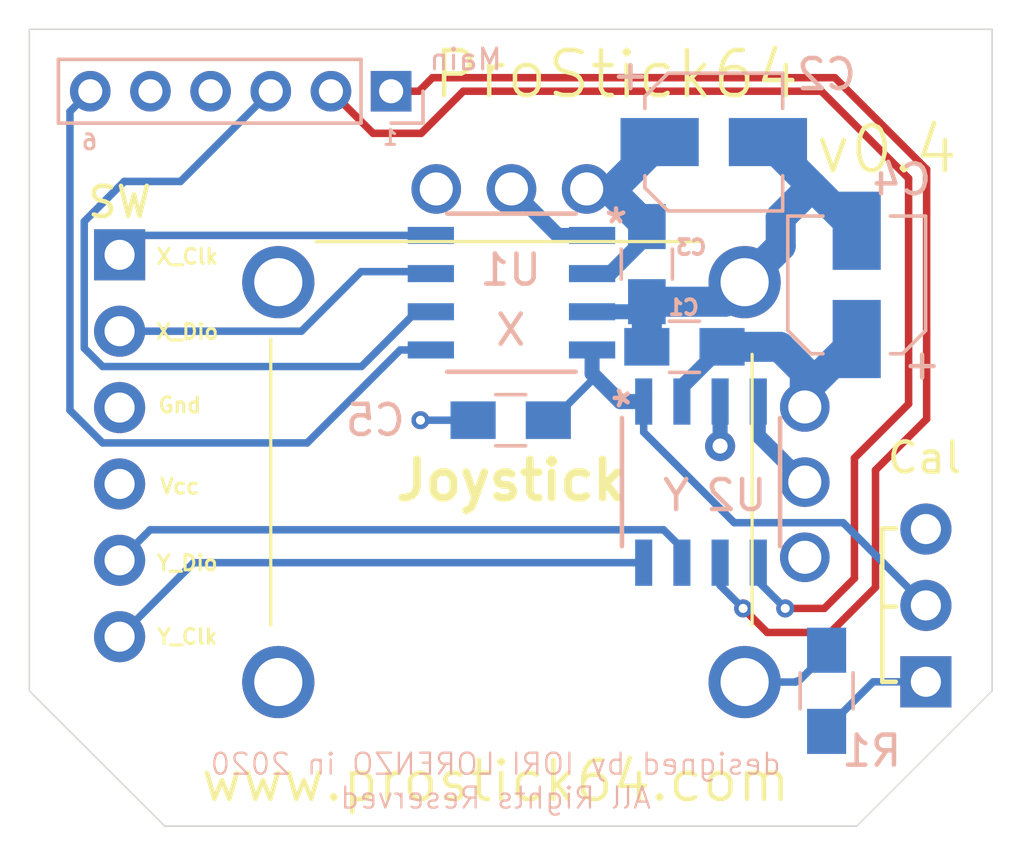
<source format=kicad_pcb>
(kicad_pcb (version 20171130) (host pcbnew "(5.1.0-rc2-9-g37962b717)")

  (general
    (thickness 1.6)
    (drawings 19)
    (tracks 107)
    (zones 0)
    (modules 13)
    (nets 15)
  )

  (page A4)
  (layers
    (0 F.Cu signal)
    (1 In1.Cu signal)
    (2 In2.Cu signal)
    (31 B.Cu signal)
    (32 B.Adhes user hide)
    (33 F.Adhes user hide)
    (34 B.Paste user hide)
    (35 F.Paste user hide)
    (36 B.SilkS user)
    (37 F.SilkS user)
    (38 B.Mask user)
    (39 F.Mask user)
    (40 Dwgs.User user hide)
    (41 Cmts.User user hide)
    (42 Eco1.User user hide)
    (43 Eco2.User user hide)
    (44 Edge.Cuts user)
    (45 Margin user hide)
    (46 B.CrtYd user hide)
    (47 F.CrtYd user hide)
    (48 B.Fab user hide)
    (49 F.Fab user hide)
  )

  (setup
    (last_trace_width 0.25)
    (user_trace_width 0.5)
    (user_trace_width 1)
    (trace_clearance 0.2)
    (zone_clearance 0.508)
    (zone_45_only no)
    (trace_min 0.2)
    (via_size 0.8)
    (via_drill 0.4)
    (via_min_size 0.4)
    (via_min_drill 0.3)
    (user_via 0.6 0.3)
    (user_via 1 0.5)
    (user_via 1.8 1)
    (uvia_size 0.3)
    (uvia_drill 0.1)
    (uvias_allowed no)
    (uvia_min_size 0.2)
    (uvia_min_drill 0.1)
    (edge_width 0.05)
    (segment_width 0.2)
    (pcb_text_width 0.3)
    (pcb_text_size 1.5 1.5)
    (mod_edge_width 0.12)
    (mod_text_size 1 1)
    (mod_text_width 0.15)
    (pad_size 2.4 2.4)
    (pad_drill 1.6)
    (pad_to_mask_clearance 0.051)
    (solder_mask_min_width 0.25)
    (aux_axis_origin 0 0)
    (grid_origin 130 60)
    (visible_elements FFFFFF7F)
    (pcbplotparams
      (layerselection 0x010fc_ffffffff)
      (usegerberextensions false)
      (usegerberattributes false)
      (usegerberadvancedattributes false)
      (creategerberjobfile false)
      (excludeedgelayer true)
      (linewidth 0.100000)
      (plotframeref false)
      (viasonmask false)
      (mode 1)
      (useauxorigin false)
      (hpglpennumber 1)
      (hpglpenspeed 20)
      (hpglpendiameter 15.000000)
      (psnegative false)
      (psa4output false)
      (plotreference true)
      (plotvalue true)
      (plotinvisibletext false)
      (padsonsilk false)
      (subtractmaskfromsilk false)
      (outputformat 1)
      (mirror false)
      (drillshape 0)
      (scaleselection 1)
      (outputdirectory "PLOT/v0.4/"))
  )

  (net 0 "")
  (net 1 GND)
  (net 2 "Net-(C1-Pad1)")
  (net 3 "Net-(J1-Pad6)")
  (net 4 "Net-(J1-Pad5)")
  (net 5 "Net-(J1-Pad2)")
  (net 6 "Net-(J1-Pad1)")
  (net 7 "Net-(J3-Pad3)")
  (net 8 "Net-(J3-Pad1)")
  (net 9 "Net-(J3-Pad6)")
  (net 10 "Net-(J3-Pad2)")
  (net 11 "Net-(RV1-Pad2)")
  (net 12 "Net-(RV1-Pad5)")
  (net 13 "Net-(C5-Pad1)")
  (net 14 "Net-(J2-Pad1)")

  (net_class Default "This is the default net class."
    (clearance 0.2)
    (trace_width 0.25)
    (via_dia 0.8)
    (via_drill 0.4)
    (uvia_dia 0.3)
    (uvia_drill 0.1)
    (add_net GND)
    (add_net "Net-(C1-Pad1)")
    (add_net "Net-(C5-Pad1)")
    (add_net "Net-(J1-Pad1)")
    (add_net "Net-(J1-Pad2)")
    (add_net "Net-(J1-Pad5)")
    (add_net "Net-(J1-Pad6)")
    (add_net "Net-(J2-Pad1)")
    (add_net "Net-(J3-Pad1)")
    (add_net "Net-(J3-Pad2)")
    (add_net "Net-(J3-Pad3)")
    (add_net "Net-(J3-Pad6)")
    (add_net "Net-(RV1-Pad2)")
    (add_net "Net-(RV1-Pad5)")
  )

  (module Mounting_Holes:MountingHole_2.2mm_M2 (layer F.Cu) (tedit 56D1B4CB) (tstamp 5EC3F113)
    (at 160.5 61.5)
    (descr "Mounting Hole 2.2mm, no annular, M2")
    (tags "mounting hole 2.2mm no annular m2")
    (attr virtual)
    (fp_text reference REF** (at 0 -3.2) (layer F.SilkS) hide
      (effects (font (size 1 1) (thickness 0.15)))
    )
    (fp_text value MountingHole_2.2mm_M2 (at 0 3.2) (layer F.Fab)
      (effects (font (size 1 1) (thickness 0.15)))
    )
    (fp_text user %R (at 0.3 0) (layer F.Fab)
      (effects (font (size 1 1) (thickness 0.15)))
    )
    (fp_circle (center 0 0) (end 2.2 0) (layer Cmts.User) (width 0.15))
    (fp_circle (center 0 0) (end 2.45 0) (layer F.CrtYd) (width 0.05))
    (pad 1 np_thru_hole circle (at 0 0) (size 2.2 2.2) (drill 2.2) (layers *.Cu *.Mask))
  )

  (module Pin_Headers:Pin_Header_Straight_1x06_Pitch2.00mm (layer B.Cu) (tedit 59650533) (tstamp 5EF35A78)
    (at 142.025 62.059 90)
    (descr "Through hole straight pin header, 1x06, 2.00mm pitch, single row")
    (tags "Through hole pin header THT 1x06 2.00mm single row")
    (path /5EBE07B2)
    (fp_text reference Main (at 1.059 2.475 -180) (layer B.SilkS)
      (effects (font (size 0.7 0.7) (thickness 0.1)) (justify mirror))
    )
    (fp_text value "TO MAIN BOARD" (at 0 -7 90) (layer B.Fab)
      (effects (font (size 1 1) (thickness 0.15)) (justify mirror))
    )
    (fp_line (start -0.5 1) (end 1 1) (layer B.Fab) (width 0.1))
    (fp_line (start 1 1) (end 1 -11) (layer B.Fab) (width 0.1))
    (fp_line (start 1 -11) (end -1 -11) (layer B.Fab) (width 0.1))
    (fp_line (start -1 -11) (end -1 0.5) (layer B.Fab) (width 0.1))
    (fp_line (start -1 0.5) (end -0.5 1) (layer B.Fab) (width 0.1))
    (fp_line (start -1.06 -11.06) (end 1.06 -11.06) (layer B.SilkS) (width 0.12))
    (fp_line (start -1.06 -1) (end -1.06 -11.06) (layer B.SilkS) (width 0.12))
    (fp_line (start 1.06 -1) (end 1.06 -11.06) (layer B.SilkS) (width 0.12))
    (fp_line (start -1.06 -1) (end 1.06 -1) (layer B.SilkS) (width 0.12))
    (fp_line (start -1.06 0) (end -1.06 1.06) (layer B.SilkS) (width 0.12))
    (fp_line (start -1.06 1.06) (end 0 1.06) (layer B.SilkS) (width 0.12))
    (fp_line (start -1.5 1.5) (end -1.5 -11.5) (layer B.CrtYd) (width 0.05))
    (fp_line (start -1.5 -11.5) (end 1.5 -11.5) (layer B.CrtYd) (width 0.05))
    (fp_line (start 1.5 -11.5) (end 1.5 1.5) (layer B.CrtYd) (width 0.05))
    (fp_line (start 1.5 1.5) (end -1.5 1.5) (layer B.CrtYd) (width 0.05))
    (fp_text user %R (at 0 0) (layer B.Fab)
      (effects (font (size 1 1) (thickness 0.15)) (justify mirror))
    )
    (pad 1 thru_hole rect (at 0 0 90) (size 1.35 1.35) (drill 0.8) (layers *.Cu *.Mask)
      (net 8 "Net-(J3-Pad1)"))
    (pad 2 thru_hole oval (at 0 -2 90) (size 1.35 1.35) (drill 0.8) (layers *.Cu *.Mask)
      (net 10 "Net-(J3-Pad2)"))
    (pad 3 thru_hole oval (at 0 -4 90) (size 1.35 1.35) (drill 0.8) (layers *.Cu *.Mask)
      (net 7 "Net-(J3-Pad3)"))
    (pad 4 thru_hole oval (at 0 -6 90) (size 1.35 1.35) (drill 0.8) (layers *.Cu *.Mask)
      (net 1 GND))
    (pad 5 thru_hole oval (at 0 -8 90) (size 1.35 1.35) (drill 0.8) (layers *.Cu *.Mask)
      (net 2 "Net-(C1-Pad1)"))
    (pad 6 thru_hole oval (at 0 -10 90) (size 1.35 1.35) (drill 0.8) (layers *.Cu *.Mask)
      (net 9 "Net-(J3-Pad6)"))
    (model ${KISYS3DMOD}/Pin_Headers.3dshapes/Pin_Header_Straight_1x06_Pitch2.00mm.wrl
      (at (xyz 0 0 0))
      (scale (xyz 1 1 1))
      (rotate (xyz 0 0 0))
    )
  )

  (module Pin_Headers:Pin_Header_Straight_1x03_Pitch2.54mm (layer F.Cu) (tedit 5EBE786B) (tstamp 5EF356AD)
    (at 159.8 81.7 180)
    (descr "Through hole straight pin header, 1x03, 2.54mm pitch, single row")
    (tags "Through hole pin header THT 1x03 2.54mm single row")
    (path /5EBEC867)
    (fp_text reference Cal (at 0.05 7.45 180) (layer F.SilkS)
      (effects (font (size 1 1) (thickness 0.15)))
    )
    (fp_text value CAL_SW (at 0 7.41 180) (layer F.Fab)
      (effects (font (size 1 1) (thickness 0.15)))
    )
    (fp_text user %R (at 0 2.54 270) (layer F.Fab)
      (effects (font (size 1 1) (thickness 0.15)))
    )
    (fp_line (start 1.8 -1.8) (end -1.8 -1.8) (layer F.CrtYd) (width 0.05))
    (fp_line (start 1.8 6.85) (end 1.8 -1.8) (layer F.CrtYd) (width 0.05))
    (fp_line (start -1.8 6.85) (end 1.8 6.85) (layer F.CrtYd) (width 0.05))
    (fp_line (start -1.8 -1.8) (end -1.8 6.85) (layer F.CrtYd) (width 0.05))
    (fp_line (start -1.27 -0.635) (end -0.635 -1.27) (layer F.Fab) (width 0.1))
    (fp_line (start -1.27 6.35) (end -1.27 -0.635) (layer F.Fab) (width 0.1))
    (fp_line (start 1.27 6.35) (end -1.27 6.35) (layer F.Fab) (width 0.1))
    (fp_line (start 1.27 -1.27) (end 1.27 6.35) (layer F.Fab) (width 0.1))
    (fp_line (start -0.635 -1.27) (end 1.27 -1.27) (layer F.Fab) (width 0.1))
    (fp_line (start 1 0) (end 1.45 0) (layer F.SilkS) (width 0.15))
    (fp_line (start 1.45 0) (end 1.45 2.5) (layer F.SilkS) (width 0.15))
    (fp_line (start 1.45 2.5) (end 1 2.5) (layer F.SilkS) (width 0.15))
    (fp_line (start 1.45 2.5) (end 1.45 5.1) (layer F.SilkS) (width 0.15))
    (fp_line (start 1.45 5.1) (end 1 5.1) (layer F.SilkS) (width 0.15))
    (pad 3 thru_hole oval (at 0 5.08 180) (size 1.7 1.7) (drill 1) (layers *.Cu *.Mask)
      (net 2 "Net-(C1-Pad1)"))
    (pad 2 thru_hole oval (at 0 2.54 180) (size 1.7 1.7) (drill 1) (layers *.Cu *.Mask)
      (net 13 "Net-(C5-Pad1)"))
    (pad 1 thru_hole rect (at 0 0 180) (size 1.7 1.7) (drill 1) (layers *.Cu *.Mask)
      (net 14 "Net-(J2-Pad1)"))
    (model ${KISYS3DMOD}/Pin_Headers.3dshapes/Pin_Header_Straight_1x03_Pitch2.54mm.wrl
      (at (xyz 0 0 0))
      (scale (xyz 1 1 1))
      (rotate (xyz 0 0 0))
    )
  )

  (module Capacitors_SMD:C_0805_HandSoldering (layer B.Cu) (tedit 58AA84A8) (tstamp 5EBEAB76)
    (at 151.775 70.559 180)
    (descr "Capacitor SMD 0805, hand soldering")
    (tags "capacitor 0805")
    (path /5EC13EEB)
    (attr smd)
    (fp_text reference C1 (at 0.025 1.309) (layer B.SilkS)
      (effects (font (size 0.5 0.5) (thickness 0.125)) (justify mirror))
    )
    (fp_text value 0.1uF (at 0 -1.75 180) (layer B.Fab)
      (effects (font (size 1 1) (thickness 0.15)) (justify mirror))
    )
    (fp_text user %R (at 0 1.75 180) (layer B.Fab)
      (effects (font (size 1 1) (thickness 0.15)) (justify mirror))
    )
    (fp_line (start -1 -0.62) (end -1 0.62) (layer B.Fab) (width 0.1))
    (fp_line (start 1 -0.62) (end -1 -0.62) (layer B.Fab) (width 0.1))
    (fp_line (start 1 0.62) (end 1 -0.62) (layer B.Fab) (width 0.1))
    (fp_line (start -1 0.62) (end 1 0.62) (layer B.Fab) (width 0.1))
    (fp_line (start 0.5 0.85) (end -0.5 0.85) (layer B.SilkS) (width 0.12))
    (fp_line (start -0.5 -0.85) (end 0.5 -0.85) (layer B.SilkS) (width 0.12))
    (fp_line (start -2.25 0.88) (end 2.25 0.88) (layer B.CrtYd) (width 0.05))
    (fp_line (start -2.25 0.88) (end -2.25 -0.87) (layer B.CrtYd) (width 0.05))
    (fp_line (start 2.25 -0.87) (end 2.25 0.88) (layer B.CrtYd) (width 0.05))
    (fp_line (start 2.25 -0.87) (end -2.25 -0.87) (layer B.CrtYd) (width 0.05))
    (pad 1 smd rect (at -1.25 0 180) (size 1.5 1.25) (layers B.Cu B.Paste B.Mask)
      (net 2 "Net-(C1-Pad1)"))
    (pad 2 smd rect (at 1.25 0 180) (size 1.5 1.25) (layers B.Cu B.Paste B.Mask)
      (net 1 GND))
    (model Capacitors_SMD.3dshapes/C_0805.wrl
      (at (xyz 0 0 0))
      (scale (xyz 1 1 1))
      (rotate (xyz 0 0 0))
    )
  )

  (module Pin_Headers:Pin_Header_Straight_1x06_Pitch2.54mm (layer F.Cu) (tedit 5EC3B7F8) (tstamp 5EC3BD4A)
    (at 133 67.5)
    (descr "Through hole straight pin header, 1x06, 2.54mm pitch, single row")
    (tags "Through hole pin header THT 1x06 2.54mm single row")
    (path /5EBF3CE7)
    (fp_text reference SW (at 0 -1.75) (layer F.SilkS)
      (effects (font (size 1 1) (thickness 0.15)))
    )
    (fp_text value "Serial Wire" (at 0 15.03) (layer F.Fab)
      (effects (font (size 1 1) (thickness 0.15)))
    )
    (fp_text user %R (at 0 6.35 90) (layer F.Fab)
      (effects (font (size 1 1) (thickness 0.15)))
    )
    (fp_line (start 1.8 -1.8) (end -1.8 -1.8) (layer F.CrtYd) (width 0.05))
    (fp_line (start 1.8 14.5) (end 1.8 -1.8) (layer F.CrtYd) (width 0.05))
    (fp_line (start -1.8 14.5) (end 1.8 14.5) (layer F.CrtYd) (width 0.05))
    (fp_line (start -1.8 -1.8) (end -1.8 14.5) (layer F.CrtYd) (width 0.05))
    (fp_line (start -1.27 -0.635) (end -0.635 -1.27) (layer F.Fab) (width 0.1))
    (fp_line (start -1.27 13.97) (end -1.27 -0.635) (layer F.Fab) (width 0.1))
    (fp_line (start 1.27 13.97) (end -1.27 13.97) (layer F.Fab) (width 0.1))
    (fp_line (start 1.27 -1.27) (end 1.27 13.97) (layer F.Fab) (width 0.1))
    (fp_line (start -0.635 -1.27) (end 1.27 -1.27) (layer F.Fab) (width 0.1))
    (pad 6 thru_hole oval (at 0 12.7) (size 1.7 1.7) (drill 1) (layers *.Cu *.Mask)
      (net 3 "Net-(J1-Pad6)"))
    (pad 5 thru_hole oval (at 0 10.16) (size 1.7 1.7) (drill 1) (layers *.Cu *.Mask)
      (net 4 "Net-(J1-Pad5)"))
    (pad 4 thru_hole oval (at 0 7.62) (size 1.7 1.7) (drill 1) (layers *.Cu *.Mask)
      (net 2 "Net-(C1-Pad1)"))
    (pad 3 thru_hole oval (at 0 5.08) (size 1.7 1.7) (drill 1) (layers *.Cu *.Mask)
      (net 1 GND))
    (pad 2 thru_hole oval (at 0 2.54) (size 1.7 1.7) (drill 1) (layers *.Cu *.Mask)
      (net 5 "Net-(J1-Pad2)"))
    (pad 1 thru_hole rect (at 0 0) (size 1.7 1.7) (drill 1) (layers *.Cu *.Mask)
      (net 6 "Net-(J1-Pad1)"))
    (model ${KISYS3DMOD}/Pin_Headers.3dshapes/Pin_Header_Straight_1x06_Pitch2.54mm.wrl
      (at (xyz 0 0 0))
      (scale (xyz 1 1 1))
      (rotate (xyz 0 0 0))
    )
  )

  (module RKJXK122000D:RKJXK122000D (layer F.Cu) (tedit 5EFF05BE) (tstamp 5EC3F29F)
    (at 155.775 77.559)
    (descr RKJXK122000D-2)
    (tags Switch)
    (path /5EC50842)
    (fp_text reference Joystick (at -9.775 -2.559) (layer F.SilkS)
      (effects (font (size 1.27 1.27) (thickness 0.254)))
    )
    (fp_text value RKJXK122000D (at -8.938 -0.782) (layer F.SilkS) hide
      (effects (font (size 1.27 1.27) (thickness 0.254)))
    )
    (fp_line (start -19.7 8.3) (end -19.7 -14.075) (layer F.CrtYd) (width 0.1))
    (fp_line (start 1.825 8.3) (end -19.7 8.3) (layer F.CrtYd) (width 0.1))
    (fp_line (start 1.825 -14.075) (end 1.825 8.3) (layer F.CrtYd) (width 0.1))
    (fp_line (start -19.7 -14.075) (end 1.825 -14.075) (layer F.CrtYd) (width 0.1))
    (fp_line (start -3.5 -10.5) (end -3.5 -10.5) (layer F.SilkS) (width 0.1))
    (fp_line (start -16.25 -10.5) (end -3.5 -10.5) (layer F.SilkS) (width 0.1))
    (fp_line (start -16.25 -10.5) (end -16.25 -10.5) (layer F.SilkS) (width 0.1))
    (fp_line (start -3.5 -10.5) (end -16.25 -10.5) (layer F.SilkS) (width 0.1))
    (fp_line (start -1.75 -6.75) (end -1.75 2.25) (layer F.SilkS) (width 0.1))
    (fp_line (start -1.75 -6.75) (end -1.75 -6.75) (layer F.SilkS) (width 0.1))
    (fp_line (start -1.75 2.25) (end -1.75 -6.75) (layer F.SilkS) (width 0.1))
    (fp_line (start -1.75 2.25) (end -1.75 2.25) (layer F.SilkS) (width 0.1))
    (fp_line (start -17.75 2.25) (end -17.75 -7.25) (layer F.SilkS) (width 0.1))
    (fp_line (start -17.75 2.25) (end -17.75 2.25) (layer F.SilkS) (width 0.1))
    (fp_line (start -17.75 -7.25) (end -17.75 2.25) (layer F.SilkS) (width 0.1))
    (fp_line (start -17.75 -7.25) (end -17.75 -7.25) (layer F.SilkS) (width 0.1))
    (fp_line (start -17.75 -10.5) (end -17.75 5.5) (layer F.Fab) (width 0.2))
    (fp_line (start -1.75 -10.5) (end -17.75 -10.5) (layer F.Fab) (width 0.2))
    (fp_line (start -1.75 5.5) (end -1.75 -10.5) (layer F.Fab) (width 0.2))
    (fp_line (start -17.75 5.5) (end -1.75 5.5) (layer F.Fab) (width 0.2))
    (fp_text user %R (at -8.938 -0.782) (layer F.Fab)
      (effects (font (size 1.27 1.27) (thickness 0.254)))
    )
    (pad "" thru_hole circle (at -2 -9.15) (size 2.4 2.4) (drill 1.6) (layers *.Cu *.Mask)
      (net 1 GND))
    (pad "" thru_hole circle (at -2 4.15) (size 2.4 2.4) (drill 1.6) (layers *.Cu *.Mask)
      (net 1 GND))
    (pad "" thru_hole circle (at -17.5 4.15) (size 2.4 2.4) (drill 1.6) (layers *.Cu *.Mask)
      (net 1 GND))
    (pad "" thru_hole circle (at -17.5 -9.15) (size 2.4 2.4) (drill 1.6) (layers *.Cu *.Mask)
      (net 1 GND))
    (pad 3 thru_hole circle (at -7.25 -12.25) (size 1.65 1.65) (drill 1.1) (layers *.Cu *.Mask)
      (net 2 "Net-(C1-Pad1)"))
    (pad 6 thru_hole circle (at 0 -5) (size 1.65 1.65) (drill 1.1) (layers *.Cu *.Mask)
      (net 2 "Net-(C1-Pad1)"))
    (pad 2 thru_hole circle (at -9.75 -12.25) (size 1.65 1.65) (drill 1.1) (layers *.Cu *.Mask)
      (net 11 "Net-(RV1-Pad2)"))
    (pad 5 thru_hole circle (at 0 -2.5) (size 1.65 1.65) (drill 1.1) (layers *.Cu *.Mask)
      (net 12 "Net-(RV1-Pad5)"))
    (pad 1 thru_hole circle (at -12.25 -12.25) (size 1.65 1.65) (drill 1.1) (layers *.Cu *.Mask)
      (net 1 GND))
    (pad 4 thru_hole circle (at 0 0) (size 1.65 1.65) (drill 1.1) (layers *.Cu *.Mask)
      (net 1 GND))
    (model RKJXK122000D.stp
      (at (xyz 0 0 0))
      (scale (xyz 1 1 1))
      (rotate (xyz 0 0 0))
    )
  )

  (module Capacitors_SMD:CP_Elec_4x5.3 (layer B.Cu) (tedit 58AA85FB) (tstamp 5EBE0FD8)
    (at 152.75 63.75)
    (descr "SMT capacitor, aluminium electrolytic, 4x5.3")
    (path /5EC198B1)
    (attr smd)
    (fp_text reference C2 (at 3.75 -2.25) (layer B.SilkS)
      (effects (font (size 1 1) (thickness 0.15)) (justify mirror))
    )
    (fp_text value 4.7uF (at 0 3.54) (layer B.Fab)
      (effects (font (size 1 1) (thickness 0.15)) (justify mirror))
    )
    (fp_line (start 3.35 -2.38) (end -3.35 -2.38) (layer B.CrtYd) (width 0.05))
    (fp_line (start 3.35 -2.38) (end 3.35 2.39) (layer B.CrtYd) (width 0.05))
    (fp_line (start -3.35 2.39) (end -3.35 -2.38) (layer B.CrtYd) (width 0.05))
    (fp_line (start -3.35 2.39) (end 3.35 2.39) (layer B.CrtYd) (width 0.05))
    (fp_line (start -1.52 2.29) (end -2.29 1.52) (layer B.SilkS) (width 0.12))
    (fp_line (start -1.52 2.29) (end 2.29 2.29) (layer B.SilkS) (width 0.12))
    (fp_line (start -1.52 -2.29) (end -2.29 -1.52) (layer B.SilkS) (width 0.12))
    (fp_line (start -1.52 -2.29) (end 2.29 -2.29) (layer B.SilkS) (width 0.12))
    (fp_line (start -2.29 -1.52) (end -2.29 -1.12) (layer B.SilkS) (width 0.12))
    (fp_line (start 2.29 -2.29) (end 2.29 -1.12) (layer B.SilkS) (width 0.12))
    (fp_line (start 2.29 2.29) (end 2.29 1.12) (layer B.SilkS) (width 0.12))
    (fp_line (start -2.29 1.52) (end -2.29 1.12) (layer B.SilkS) (width 0.12))
    (fp_line (start 2.13 2.13) (end -1.46 2.13) (layer B.Fab) (width 0.1))
    (fp_line (start -1.46 2.13) (end -2.13 1.46) (layer B.Fab) (width 0.1))
    (fp_line (start -2.13 1.46) (end -2.13 -1.46) (layer B.Fab) (width 0.1))
    (fp_line (start -2.13 -1.46) (end -1.46 -2.13) (layer B.Fab) (width 0.1))
    (fp_line (start -1.46 -2.13) (end 2.13 -2.13) (layer B.Fab) (width 0.1))
    (fp_line (start 2.13 -2.13) (end 2.13 2.13) (layer B.Fab) (width 0.1))
    (fp_text user %R (at 0 -3.54) (layer B.Fab)
      (effects (font (size 1 1) (thickness 0.15)) (justify mirror))
    )
    (fp_text user + (at -2.77 -2.25) (layer B.SilkS)
      (effects (font (size 1 1) (thickness 0.15)) (justify mirror))
    )
    (fp_text user + (at -1.21 0.08) (layer B.Fab)
      (effects (font (size 1 1) (thickness 0.15)) (justify mirror))
    )
    (fp_circle (center 0 0) (end 0 -2.1) (layer B.Fab) (width 0.1))
    (pad 2 smd rect (at 1.8 0 180) (size 2.6 1.6) (layers B.Cu B.Paste B.Mask)
      (net 1 GND))
    (pad 1 smd rect (at -1.8 0 180) (size 2.6 1.6) (layers B.Cu B.Paste B.Mask)
      (net 2 "Net-(C1-Pad1)"))
    (model Capacitors_SMD.3dshapes/CP_Elec_4x5.3.wrl
      (at (xyz 0 0 0))
      (scale (xyz 1 1 1))
      (rotate (xyz 0 0 180))
    )
  )

  (module Capacitors_SMD:C_0805_HandSoldering (layer B.Cu) (tedit 58AA84A8) (tstamp 5EBEA082)
    (at 150.525 67.809 270)
    (descr "Capacitor SMD 0805, hand soldering")
    (tags "capacitor 0805")
    (path /5EC2919F)
    (attr smd)
    (fp_text reference C3 (at -0.559 -1.475 180) (layer B.SilkS)
      (effects (font (size 0.5 0.5) (thickness 0.125)) (justify mirror))
    )
    (fp_text value 0.1uF (at 0 -1.75 270) (layer B.Fab)
      (effects (font (size 1 1) (thickness 0.15)) (justify mirror))
    )
    (fp_text user %R (at 0 1.75 270) (layer B.Fab)
      (effects (font (size 1 1) (thickness 0.15)) (justify mirror))
    )
    (fp_line (start -1 -0.62) (end -1 0.62) (layer B.Fab) (width 0.1))
    (fp_line (start 1 -0.62) (end -1 -0.62) (layer B.Fab) (width 0.1))
    (fp_line (start 1 0.62) (end 1 -0.62) (layer B.Fab) (width 0.1))
    (fp_line (start -1 0.62) (end 1 0.62) (layer B.Fab) (width 0.1))
    (fp_line (start 0.5 0.85) (end -0.5 0.85) (layer B.SilkS) (width 0.12))
    (fp_line (start -0.5 -0.85) (end 0.5 -0.85) (layer B.SilkS) (width 0.12))
    (fp_line (start -2.25 0.88) (end 2.25 0.88) (layer B.CrtYd) (width 0.05))
    (fp_line (start -2.25 0.88) (end -2.25 -0.87) (layer B.CrtYd) (width 0.05))
    (fp_line (start 2.25 -0.87) (end 2.25 0.88) (layer B.CrtYd) (width 0.05))
    (fp_line (start 2.25 -0.87) (end -2.25 -0.87) (layer B.CrtYd) (width 0.05))
    (pad 1 smd rect (at -1.25 0 270) (size 1.5 1.25) (layers B.Cu B.Paste B.Mask)
      (net 2 "Net-(C1-Pad1)"))
    (pad 2 smd rect (at 1.25 0 270) (size 1.5 1.25) (layers B.Cu B.Paste B.Mask)
      (net 1 GND))
    (model Capacitors_SMD.3dshapes/C_0805.wrl
      (at (xyz 0 0 0))
      (scale (xyz 1 1 1))
      (rotate (xyz 0 0 0))
    )
  )

  (module Capacitors_SMD:CP_Elec_4x5.3 (layer B.Cu) (tedit 58AA85FB) (tstamp 5EBE27E8)
    (at 157.5 68.5 90)
    (descr "SMT capacitor, aluminium electrolytic, 4x5.3")
    (path /5EC2991A)
    (attr smd)
    (fp_text reference C4 (at 3.5 1.5 180) (layer B.SilkS)
      (effects (font (size 1 1) (thickness 0.15)) (justify mirror))
    )
    (fp_text value 4.7uF (at 0 3.54 90) (layer B.Fab)
      (effects (font (size 1 1) (thickness 0.15)) (justify mirror))
    )
    (fp_circle (center 0 0) (end 0 -2.1) (layer B.Fab) (width 0.1))
    (fp_text user + (at -1.21 0.08 90) (layer B.Fab)
      (effects (font (size 1 1) (thickness 0.15)) (justify mirror))
    )
    (fp_text user + (at -2.7 2.1 90) (layer B.SilkS)
      (effects (font (size 1 1) (thickness 0.15)) (justify mirror))
    )
    (fp_text user %R (at 0 -3.54 90) (layer B.Fab)
      (effects (font (size 1 1) (thickness 0.15)) (justify mirror))
    )
    (fp_line (start 2.13 -2.13) (end 2.13 2.13) (layer B.Fab) (width 0.1))
    (fp_line (start -1.46 -2.13) (end 2.13 -2.13) (layer B.Fab) (width 0.1))
    (fp_line (start -2.13 -1.46) (end -1.46 -2.13) (layer B.Fab) (width 0.1))
    (fp_line (start -2.13 1.46) (end -2.13 -1.46) (layer B.Fab) (width 0.1))
    (fp_line (start -1.46 2.13) (end -2.13 1.46) (layer B.Fab) (width 0.1))
    (fp_line (start 2.13 2.13) (end -1.46 2.13) (layer B.Fab) (width 0.1))
    (fp_line (start -2.29 1.52) (end -2.29 1.12) (layer B.SilkS) (width 0.12))
    (fp_line (start 2.29 2.29) (end 2.29 1.12) (layer B.SilkS) (width 0.12))
    (fp_line (start 2.29 -2.29) (end 2.29 -1.12) (layer B.SilkS) (width 0.12))
    (fp_line (start -2.29 -1.52) (end -2.29 -1.12) (layer B.SilkS) (width 0.12))
    (fp_line (start -1.52 -2.29) (end 2.29 -2.29) (layer B.SilkS) (width 0.12))
    (fp_line (start -1.52 -2.29) (end -2.29 -1.52) (layer B.SilkS) (width 0.12))
    (fp_line (start -1.52 2.29) (end 2.29 2.29) (layer B.SilkS) (width 0.12))
    (fp_line (start -1.52 2.29) (end -2.29 1.52) (layer B.SilkS) (width 0.12))
    (fp_line (start -3.35 2.39) (end 3.35 2.39) (layer B.CrtYd) (width 0.05))
    (fp_line (start -3.35 2.39) (end -3.35 -2.38) (layer B.CrtYd) (width 0.05))
    (fp_line (start 3.35 -2.38) (end 3.35 2.39) (layer B.CrtYd) (width 0.05))
    (fp_line (start 3.35 -2.38) (end -3.35 -2.38) (layer B.CrtYd) (width 0.05))
    (pad 1 smd rect (at -1.8 0 270) (size 2.6 1.6) (layers B.Cu B.Paste B.Mask)
      (net 2 "Net-(C1-Pad1)"))
    (pad 2 smd rect (at 1.8 0 270) (size 2.6 1.6) (layers B.Cu B.Paste B.Mask)
      (net 1 GND))
    (model Capacitors_SMD.3dshapes/CP_Elec_4x5.3.wrl
      (at (xyz 0 0 0))
      (scale (xyz 1 1 1))
      (rotate (xyz 0 0 180))
    )
  )

  (module STM32G0_SO8:STM32G0_SO8_T2 (layer B.Cu) (tedit 0) (tstamp 5EF35440)
    (at 146.025 68.759 180)
    (path /5EBDD4C2)
    (fp_text reference U1 (at 0.025 0.759) (layer B.SilkS)
      (effects (font (size 1 1) (thickness 0.15)) (justify mirror))
    )
    (fp_text value X (at 0.025 -1.241) (layer B.SilkS)
      (effects (font (size 1 1) (thickness 0.15)) (justify mirror))
    )
    (fp_arc (start 0 2.5019) (end 0.3048 2.5019) (angle -180) (layer B.Fab) (width 0.1524))
    (fp_line (start -2.2606 -2.443) (end -3.702799 -2.443) (layer B.CrtYd) (width 0.1524))
    (fp_line (start -2.2606 -2.7559) (end -2.2606 -2.443) (layer B.CrtYd) (width 0.1524))
    (fp_line (start 2.2606 -2.7559) (end -2.2606 -2.7559) (layer B.CrtYd) (width 0.1524))
    (fp_line (start 2.2606 -2.443) (end 2.2606 -2.7559) (layer B.CrtYd) (width 0.1524))
    (fp_line (start 3.702799 -2.443) (end 2.2606 -2.443) (layer B.CrtYd) (width 0.1524))
    (fp_line (start 3.702799 2.443) (end 3.702799 -2.443) (layer B.CrtYd) (width 0.1524))
    (fp_line (start 2.2606 2.443) (end 3.702799 2.443) (layer B.CrtYd) (width 0.1524))
    (fp_line (start 2.2606 2.7559) (end 2.2606 2.443) (layer B.CrtYd) (width 0.1524))
    (fp_line (start -2.2606 2.7559) (end 2.2606 2.7559) (layer B.CrtYd) (width 0.1524))
    (fp_line (start -2.2606 2.443) (end -2.2606 2.7559) (layer B.CrtYd) (width 0.1524))
    (fp_line (start -3.702799 2.443) (end -2.2606 2.443) (layer B.CrtYd) (width 0.1524))
    (fp_line (start -3.702799 -2.443) (end -3.702799 2.443) (layer B.CrtYd) (width 0.1524))
    (fp_line (start -2.0066 2.5019) (end -2.0066 -2.5019) (layer B.Fab) (width 0.1524))
    (fp_line (start 2.0066 2.5019) (end -2.0066 2.5019) (layer B.Fab) (width 0.1524))
    (fp_line (start 2.0066 -2.5019) (end 2.0066 2.5019) (layer B.Fab) (width 0.1524))
    (fp_line (start -2.0066 -2.5019) (end 2.0066 -2.5019) (layer B.Fab) (width 0.1524))
    (fp_line (start 2.1336 2.6289) (end -2.1336 2.6289) (layer B.SilkS) (width 0.1524))
    (fp_line (start -2.1336 -2.6289) (end 2.1336 -2.6289) (layer B.SilkS) (width 0.1524))
    (fp_line (start 3.0988 2.159) (end 2.0066 2.159) (layer B.Fab) (width 0.1524))
    (fp_line (start 3.0988 1.651) (end 3.0988 2.159) (layer B.Fab) (width 0.1524))
    (fp_line (start 2.0066 1.651) (end 3.0988 1.651) (layer B.Fab) (width 0.1524))
    (fp_line (start 2.0066 2.159) (end 2.0066 1.651) (layer B.Fab) (width 0.1524))
    (fp_line (start 3.0988 0.889) (end 2.0066 0.889) (layer B.Fab) (width 0.1524))
    (fp_line (start 3.0988 0.381) (end 3.0988 0.889) (layer B.Fab) (width 0.1524))
    (fp_line (start 2.0066 0.381) (end 3.0988 0.381) (layer B.Fab) (width 0.1524))
    (fp_line (start 2.0066 0.889) (end 2.0066 0.381) (layer B.Fab) (width 0.1524))
    (fp_line (start 3.0988 -0.381) (end 2.0066 -0.381) (layer B.Fab) (width 0.1524))
    (fp_line (start 3.0988 -0.889) (end 3.0988 -0.381) (layer B.Fab) (width 0.1524))
    (fp_line (start 2.0066 -0.889) (end 3.0988 -0.889) (layer B.Fab) (width 0.1524))
    (fp_line (start 2.0066 -0.381) (end 2.0066 -0.889) (layer B.Fab) (width 0.1524))
    (fp_line (start 3.0988 -1.651) (end 2.0066 -1.651) (layer B.Fab) (width 0.1524))
    (fp_line (start 3.0988 -2.159) (end 3.0988 -1.651) (layer B.Fab) (width 0.1524))
    (fp_line (start 2.0066 -2.159) (end 3.0988 -2.159) (layer B.Fab) (width 0.1524))
    (fp_line (start 2.0066 -1.651) (end 2.0066 -2.159) (layer B.Fab) (width 0.1524))
    (fp_line (start -3.0988 -2.159) (end -2.0066 -2.159) (layer B.Fab) (width 0.1524))
    (fp_line (start -3.0988 -1.651) (end -3.0988 -2.159) (layer B.Fab) (width 0.1524))
    (fp_line (start -2.0066 -1.651) (end -3.0988 -1.651) (layer B.Fab) (width 0.1524))
    (fp_line (start -2.0066 -2.159) (end -2.0066 -1.651) (layer B.Fab) (width 0.1524))
    (fp_line (start -3.0988 -0.889) (end -2.0066 -0.889) (layer B.Fab) (width 0.1524))
    (fp_line (start -3.0988 -0.381) (end -3.0988 -0.889) (layer B.Fab) (width 0.1524))
    (fp_line (start -2.0066 -0.381) (end -3.0988 -0.381) (layer B.Fab) (width 0.1524))
    (fp_line (start -2.0066 -0.889) (end -2.0066 -0.381) (layer B.Fab) (width 0.1524))
    (fp_line (start -3.0988 0.381) (end -2.0066 0.381) (layer B.Fab) (width 0.1524))
    (fp_line (start -3.0988 0.889) (end -3.0988 0.381) (layer B.Fab) (width 0.1524))
    (fp_line (start -2.0066 0.889) (end -3.0988 0.889) (layer B.Fab) (width 0.1524))
    (fp_line (start -2.0066 0.381) (end -2.0066 0.889) (layer B.Fab) (width 0.1524))
    (fp_line (start -3.0988 1.651) (end -2.0066 1.651) (layer B.Fab) (width 0.1524))
    (fp_line (start -3.0988 2.159) (end -3.0988 1.651) (layer B.Fab) (width 0.1524))
    (fp_line (start -2.0066 2.159) (end -3.0988 2.159) (layer B.Fab) (width 0.1524))
    (fp_line (start -2.0066 1.651) (end -2.0066 2.159) (layer B.Fab) (width 0.1524))
    (fp_text user * (at -1.6256 2.4257 180) (layer B.Fab)
      (effects (font (size 1 1) (thickness 0.15)) (justify mirror))
    )
    (fp_text user * (at -3.475 2.259 180) (layer B.SilkS)
      (effects (font (size 1 1) (thickness 0.15)) (justify mirror))
    )
    (fp_text user 0.061in/1.538mm (at -2.6797 -4.9149 180) (layer Dwgs.User)
      (effects (font (size 1 1) (thickness 0.15)))
    )
    (fp_text user 0.211in/5.359mm (at 0 4.9149 180) (layer Dwgs.User)
      (effects (font (size 1 1) (thickness 0.15)))
    )
    (fp_text user 0.022in/0.568mm (at 5.7277 1.905 180) (layer Dwgs.User)
      (effects (font (size 1 1) (thickness 0.15)))
    )
    (fp_text user 0.05in/1.27mm (at -5.7277 1.27 180) (layer Dwgs.User)
      (effects (font (size 1 1) (thickness 0.15)))
    )
    (fp_text user * (at -1.6256 2.4257 180) (layer B.Fab)
      (effects (font (size 1 1) (thickness 0.15)) (justify mirror))
    )
    (fp_text user "Copyright 2016 Accelerated Designs. All rights reserved." (at 0 0 180) (layer Cmts.User)
      (effects (font (size 0.127 0.127) (thickness 0.002)))
    )
    (pad 8 smd rect (at 2.6797 1.905 180) (size 1.538199 0.568) (layers B.Cu B.Paste B.Mask)
      (net 6 "Net-(J1-Pad1)"))
    (pad 7 smd rect (at 2.6797 0.635 180) (size 1.538199 0.568) (layers B.Cu B.Paste B.Mask)
      (net 5 "Net-(J1-Pad2)"))
    (pad 6 smd rect (at 2.6797 -0.635 180) (size 1.538199 0.568) (layers B.Cu B.Paste B.Mask)
      (net 7 "Net-(J3-Pad3)"))
    (pad 5 smd rect (at 2.6797 -1.905 180) (size 1.538199 0.568) (layers B.Cu B.Paste B.Mask)
      (net 9 "Net-(J3-Pad6)"))
    (pad 4 smd rect (at -2.6797 -1.905 180) (size 1.538199 0.568) (layers B.Cu B.Paste B.Mask)
      (net 13 "Net-(C5-Pad1)"))
    (pad 3 smd rect (at -2.6797 -0.635 180) (size 1.538199 0.568) (layers B.Cu B.Paste B.Mask)
      (net 1 GND))
    (pad 2 smd rect (at -2.6797 0.635 180) (size 1.538199 0.568) (layers B.Cu B.Paste B.Mask)
      (net 2 "Net-(C1-Pad1)"))
    (pad 1 smd rect (at -2.6797 1.905 180) (size 1.538199 0.568) (layers B.Cu B.Paste B.Mask)
      (net 11 "Net-(RV1-Pad2)"))
  )

  (module STM32G0_SO8:STM32G0_SO8_T2 (layer B.Cu) (tedit 5EC3EB01) (tstamp 5EC3F7A1)
    (at 152.325 75.059 270)
    (path /5EBDEA54)
    (fp_text reference U2 (at 0.441 -1.175) (layer B.SilkS)
      (effects (font (size 1 1) (thickness 0.15)) (justify mirror))
    )
    (fp_text value Y (at 0.441 0.825) (layer B.SilkS)
      (effects (font (size 1 1) (thickness 0.15)) (justify mirror))
    )
    (fp_text user "Copyright 2016 Accelerated Designs. All rights reserved." (at 0 0 270) (layer Cmts.User)
      (effects (font (size 0.127 0.127) (thickness 0.002)))
    )
    (fp_text user * (at -2.8 2.325 270) (layer B.SilkS)
      (effects (font (size 1 1) (thickness 0.15)) (justify mirror))
    )
    (fp_text user * (at -1.6256 2.4257 270) (layer B.Fab)
      (effects (font (size 1 1) (thickness 0.15)) (justify mirror))
    )
    (fp_text user 0.05in/1.27mm (at -5.7277 1.27 270) (layer Dwgs.User)
      (effects (font (size 1 1) (thickness 0.15)))
    )
    (fp_text user 0.022in/0.568mm (at 5.7277 1.905 270) (layer Dwgs.User)
      (effects (font (size 1 1) (thickness 0.15)))
    )
    (fp_text user 0.211in/5.359mm (at 0 4.9149 270) (layer Dwgs.User)
      (effects (font (size 1 1) (thickness 0.15)))
    )
    (fp_text user 0.061in/1.538mm (at -2.6797 -4.9149 270) (layer Dwgs.User)
      (effects (font (size 1 1) (thickness 0.15)))
    )
    (fp_text user * (at -1.6256 2.4257 270) (layer B.Fab)
      (effects (font (size 1 1) (thickness 0.15)) (justify mirror))
    )
    (fp_line (start -2.0066 1.651) (end -2.0066 2.159) (layer B.Fab) (width 0.1524))
    (fp_line (start -2.0066 2.159) (end -3.0988 2.159) (layer B.Fab) (width 0.1524))
    (fp_line (start -3.0988 2.159) (end -3.0988 1.651) (layer B.Fab) (width 0.1524))
    (fp_line (start -3.0988 1.651) (end -2.0066 1.651) (layer B.Fab) (width 0.1524))
    (fp_line (start -2.0066 0.381) (end -2.0066 0.889) (layer B.Fab) (width 0.1524))
    (fp_line (start -2.0066 0.889) (end -3.0988 0.889) (layer B.Fab) (width 0.1524))
    (fp_line (start -3.0988 0.889) (end -3.0988 0.381) (layer B.Fab) (width 0.1524))
    (fp_line (start -3.0988 0.381) (end -2.0066 0.381) (layer B.Fab) (width 0.1524))
    (fp_line (start -2.0066 -0.889) (end -2.0066 -0.381) (layer B.Fab) (width 0.1524))
    (fp_line (start -2.0066 -0.381) (end -3.0988 -0.381) (layer B.Fab) (width 0.1524))
    (fp_line (start -3.0988 -0.381) (end -3.0988 -0.889) (layer B.Fab) (width 0.1524))
    (fp_line (start -3.0988 -0.889) (end -2.0066 -0.889) (layer B.Fab) (width 0.1524))
    (fp_line (start -2.0066 -2.159) (end -2.0066 -1.651) (layer B.Fab) (width 0.1524))
    (fp_line (start -2.0066 -1.651) (end -3.0988 -1.651) (layer B.Fab) (width 0.1524))
    (fp_line (start -3.0988 -1.651) (end -3.0988 -2.159) (layer B.Fab) (width 0.1524))
    (fp_line (start -3.0988 -2.159) (end -2.0066 -2.159) (layer B.Fab) (width 0.1524))
    (fp_line (start 2.0066 -1.651) (end 2.0066 -2.159) (layer B.Fab) (width 0.1524))
    (fp_line (start 2.0066 -2.159) (end 3.0988 -2.159) (layer B.Fab) (width 0.1524))
    (fp_line (start 3.0988 -2.159) (end 3.0988 -1.651) (layer B.Fab) (width 0.1524))
    (fp_line (start 3.0988 -1.651) (end 2.0066 -1.651) (layer B.Fab) (width 0.1524))
    (fp_line (start 2.0066 -0.381) (end 2.0066 -0.889) (layer B.Fab) (width 0.1524))
    (fp_line (start 2.0066 -0.889) (end 3.0988 -0.889) (layer B.Fab) (width 0.1524))
    (fp_line (start 3.0988 -0.889) (end 3.0988 -0.381) (layer B.Fab) (width 0.1524))
    (fp_line (start 3.0988 -0.381) (end 2.0066 -0.381) (layer B.Fab) (width 0.1524))
    (fp_line (start 2.0066 0.889) (end 2.0066 0.381) (layer B.Fab) (width 0.1524))
    (fp_line (start 2.0066 0.381) (end 3.0988 0.381) (layer B.Fab) (width 0.1524))
    (fp_line (start 3.0988 0.381) (end 3.0988 0.889) (layer B.Fab) (width 0.1524))
    (fp_line (start 3.0988 0.889) (end 2.0066 0.889) (layer B.Fab) (width 0.1524))
    (fp_line (start 2.0066 2.159) (end 2.0066 1.651) (layer B.Fab) (width 0.1524))
    (fp_line (start 2.0066 1.651) (end 3.0988 1.651) (layer B.Fab) (width 0.1524))
    (fp_line (start 3.0988 1.651) (end 3.0988 2.159) (layer B.Fab) (width 0.1524))
    (fp_line (start 3.0988 2.159) (end 2.0066 2.159) (layer B.Fab) (width 0.1524))
    (fp_line (start -2.1336 -2.6289) (end 2.1336 -2.6289) (layer B.SilkS) (width 0.1524))
    (fp_line (start 2.1336 2.6289) (end -2.1336 2.6289) (layer B.SilkS) (width 0.1524))
    (fp_line (start -2.0066 -2.5019) (end 2.0066 -2.5019) (layer B.Fab) (width 0.1524))
    (fp_line (start 2.0066 -2.5019) (end 2.0066 2.5019) (layer B.Fab) (width 0.1524))
    (fp_line (start 2.0066 2.5019) (end -2.0066 2.5019) (layer B.Fab) (width 0.1524))
    (fp_line (start -2.0066 2.5019) (end -2.0066 -2.5019) (layer B.Fab) (width 0.1524))
    (fp_line (start -3.702799 -2.443) (end -3.702799 2.443) (layer B.CrtYd) (width 0.1524))
    (fp_line (start -3.702799 2.443) (end -2.2606 2.443) (layer B.CrtYd) (width 0.1524))
    (fp_line (start -2.2606 2.443) (end -2.2606 2.7559) (layer B.CrtYd) (width 0.1524))
    (fp_line (start -2.2606 2.7559) (end 2.2606 2.7559) (layer B.CrtYd) (width 0.1524))
    (fp_line (start 2.2606 2.7559) (end 2.2606 2.443) (layer B.CrtYd) (width 0.1524))
    (fp_line (start 2.2606 2.443) (end 3.702799 2.443) (layer B.CrtYd) (width 0.1524))
    (fp_line (start 3.702799 2.443) (end 3.702799 -2.443) (layer B.CrtYd) (width 0.1524))
    (fp_line (start 3.702799 -2.443) (end 2.2606 -2.443) (layer B.CrtYd) (width 0.1524))
    (fp_line (start 2.2606 -2.443) (end 2.2606 -2.7559) (layer B.CrtYd) (width 0.1524))
    (fp_line (start 2.2606 -2.7559) (end -2.2606 -2.7559) (layer B.CrtYd) (width 0.1524))
    (fp_line (start -2.2606 -2.7559) (end -2.2606 -2.443) (layer B.CrtYd) (width 0.1524))
    (fp_line (start -2.2606 -2.443) (end -3.702799 -2.443) (layer B.CrtYd) (width 0.1524))
    (fp_arc (start 0 2.5019) (end 0.3048 2.5019) (angle -180) (layer B.Fab) (width 0.1524))
    (pad 1 smd rect (at -2.6797 1.905 270) (size 1.538199 0.568) (layers B.Cu B.Paste B.Mask)
      (net 13 "Net-(C5-Pad1)"))
    (pad 2 smd rect (at -2.6797 0.635 270) (size 1.538199 0.568) (layers B.Cu B.Paste B.Mask)
      (net 2 "Net-(C1-Pad1)"))
    (pad 3 smd rect (at -2.6797 -0.635 270) (size 1.538199 0.568) (layers B.Cu B.Paste B.Mask)
      (net 1 GND))
    (pad 4 smd rect (at -2.6797 -1.905 270) (size 1.538199 0.568) (layers B.Cu B.Paste B.Mask)
      (net 12 "Net-(RV1-Pad5)"))
    (pad 5 smd rect (at 2.6797 -1.905 270) (size 1.538199 0.568) (layers B.Cu B.Paste B.Mask)
      (net 10 "Net-(J3-Pad2)"))
    (pad 6 smd rect (at 2.6797 -0.635 270) (size 1.538199 0.568) (layers B.Cu B.Paste B.Mask)
      (net 8 "Net-(J3-Pad1)"))
    (pad 7 smd rect (at 2.6797 0.635 270) (size 1.538199 0.568) (layers B.Cu B.Paste B.Mask)
      (net 4 "Net-(J1-Pad5)"))
    (pad 8 smd rect (at 2.6797 1.905 270) (size 1.538199 0.568) (layers B.Cu B.Paste B.Mask)
      (net 3 "Net-(J1-Pad6)"))
  )

  (module Capacitors_SMD:C_0805_HandSoldering (layer B.Cu) (tedit 58AA84A8) (tstamp 5EF34EAE)
    (at 146 73 180)
    (descr "Capacitor SMD 0805, hand soldering")
    (tags "capacitor 0805")
    (path /5EF4CFF5)
    (attr smd)
    (fp_text reference C5 (at 4.5 0 180) (layer B.SilkS)
      (effects (font (size 1 1) (thickness 0.15)) (justify mirror))
    )
    (fp_text value 0.1uF (at 0 -1.75 180) (layer B.Fab)
      (effects (font (size 1 1) (thickness 0.15)) (justify mirror))
    )
    (fp_line (start 2.25 -0.87) (end -2.25 -0.87) (layer B.CrtYd) (width 0.05))
    (fp_line (start 2.25 -0.87) (end 2.25 0.88) (layer B.CrtYd) (width 0.05))
    (fp_line (start -2.25 0.88) (end -2.25 -0.87) (layer B.CrtYd) (width 0.05))
    (fp_line (start -2.25 0.88) (end 2.25 0.88) (layer B.CrtYd) (width 0.05))
    (fp_line (start -0.5 -0.85) (end 0.5 -0.85) (layer B.SilkS) (width 0.12))
    (fp_line (start 0.5 0.85) (end -0.5 0.85) (layer B.SilkS) (width 0.12))
    (fp_line (start -1 0.62) (end 1 0.62) (layer B.Fab) (width 0.1))
    (fp_line (start 1 0.62) (end 1 -0.62) (layer B.Fab) (width 0.1))
    (fp_line (start 1 -0.62) (end -1 -0.62) (layer B.Fab) (width 0.1))
    (fp_line (start -1 -0.62) (end -1 0.62) (layer B.Fab) (width 0.1))
    (fp_text user %R (at 0 1.75 180) (layer B.Fab)
      (effects (font (size 1 1) (thickness 0.15)) (justify mirror))
    )
    (pad 2 smd rect (at 1.25 0 180) (size 1.5 1.25) (layers B.Cu B.Paste B.Mask)
      (net 2 "Net-(C1-Pad1)"))
    (pad 1 smd rect (at -1.25 0 180) (size 1.5 1.25) (layers B.Cu B.Paste B.Mask)
      (net 13 "Net-(C5-Pad1)"))
    (model Capacitors_SMD.3dshapes/C_0805.wrl
      (at (xyz 0 0 0))
      (scale (xyz 1 1 1))
      (rotate (xyz 0 0 0))
    )
  )

  (module Resistors_SMD:R_0805_HandSoldering (layer B.Cu) (tedit 58E0A804) (tstamp 5EF35204)
    (at 156.5 82 270)
    (descr "Resistor SMD 0805, hand soldering")
    (tags "resistor 0805")
    (path /5EF481A2)
    (attr smd)
    (fp_text reference R1 (at 2 -1.5) (layer B.SilkS)
      (effects (font (size 1 1) (thickness 0.15)) (justify mirror))
    )
    (fp_text value 30k (at 0 -1.75 270) (layer B.Fab)
      (effects (font (size 1 1) (thickness 0.15)) (justify mirror))
    )
    (fp_line (start 2.35 -0.9) (end -2.35 -0.9) (layer B.CrtYd) (width 0.05))
    (fp_line (start 2.35 -0.9) (end 2.35 0.9) (layer B.CrtYd) (width 0.05))
    (fp_line (start -2.35 0.9) (end -2.35 -0.9) (layer B.CrtYd) (width 0.05))
    (fp_line (start -2.35 0.9) (end 2.35 0.9) (layer B.CrtYd) (width 0.05))
    (fp_line (start -0.6 0.88) (end 0.6 0.88) (layer B.SilkS) (width 0.12))
    (fp_line (start 0.6 -0.88) (end -0.6 -0.88) (layer B.SilkS) (width 0.12))
    (fp_line (start -1 0.62) (end 1 0.62) (layer B.Fab) (width 0.1))
    (fp_line (start 1 0.62) (end 1 -0.62) (layer B.Fab) (width 0.1))
    (fp_line (start 1 -0.62) (end -1 -0.62) (layer B.Fab) (width 0.1))
    (fp_line (start -1 -0.62) (end -1 0.62) (layer B.Fab) (width 0.1))
    (fp_text user %R (at 0 0 270) (layer B.Fab)
      (effects (font (size 0.5 0.5) (thickness 0.075)) (justify mirror))
    )
    (pad 2 smd rect (at 1.35 0 270) (size 1.5 1.3) (layers B.Cu B.Paste B.Mask)
      (net 14 "Net-(J2-Pad1)"))
    (pad 1 smd rect (at -1.35 0 270) (size 1.5 1.3) (layers B.Cu B.Paste B.Mask)
      (net 1 GND))
    (model ${KISYS3DMOD}/Resistors_SMD.3dshapes/R_0805.wrl
      (at (xyz 0 0 0))
      (scale (xyz 1 1 1))
      (rotate (xyz 0 0 0))
    )
  )

  (gr_text www.prostick64.com (at 145.5 85) (layer F.SilkS) (tstamp 5EFF0C35)
    (effects (font (size 1.3 1.3) (thickness 0.15)))
  )
  (gr_text "designed by IORI LORENZO in 2020\nAll Rights Reserved" (at 145.5 85) (layer B.SilkS) (tstamp 5EF34E1A)
    (effects (font (size 0.7 0.7) (thickness 0.075)) (justify mirror))
  )
  (gr_text v0.4 (at 158.5 64) (layer F.SilkS) (tstamp 5EF34D4C)
    (effects (font (size 1.5 1.5) (thickness 0.15)))
  )
  (gr_text X_Dio (at 135.25 70.059) (layer F.SilkS) (tstamp 5EBE88CC)
    (effects (font (size 0.5 0.5) (thickness 0.1)))
  )
  (gr_text Y_Clk (at 135.25 80.2) (layer F.SilkS) (tstamp 5EBE80E6)
    (effects (font (size 0.5 0.5) (thickness 0.1)))
  )
  (gr_text Y_Dio (at 135.25 77.75) (layer F.SilkS) (tstamp 5EBE80EB)
    (effects (font (size 0.5 0.5) (thickness 0.1)))
  )
  (gr_text Vcc (at 135 75.2) (layer F.SilkS) (tstamp 5EBE80E0)
    (effects (font (size 0.5 0.5) (thickness 0.1)))
  )
  (gr_text X_Clk (at 135.25 67.559) (layer F.SilkS) (tstamp 5EBE80DC)
    (effects (font (size 0.5 0.5) (thickness 0.1)))
  )
  (gr_text Gnd (at 135 72.5) (layer F.SilkS)
    (effects (font (size 0.5 0.5) (thickness 0.1)))
  )
  (gr_text 6 (at 132 63.75) (layer B.SilkS)
    (effects (font (size 0.5 0.5) (thickness 0.1)) (justify mirror))
  )
  (gr_text 1 (at 142 63.6) (layer B.SilkS)
    (effects (font (size 0.5 0.5) (thickness 0.1)) (justify mirror))
  )
  (gr_text ProStick64 (at 149.5 61.5) (layer F.SilkS) (tstamp 5EF35929)
    (effects (font (size 1.5 1.5) (thickness 0.15)))
  )
  (gr_line (start 134.5 86.5) (end 130 82) (layer Edge.Cuts) (width 0.05) (tstamp 5EBE13D1))
  (gr_line (start 157.5 86.5) (end 162 82) (layer Edge.Cuts) (width 0.05) (tstamp 5EBE13D0))
  (gr_line (start 146 86.5) (end 134.5 86.5) (layer Edge.Cuts) (width 0.05))
  (gr_line (start 146 86.5) (end 157.5 86.5) (layer Edge.Cuts) (width 0.05))
  (gr_line (start 162 60) (end 162 82) (layer Edge.Cuts) (width 0.05))
  (gr_line (start 130 60) (end 130 82) (layer Edge.Cuts) (width 0.05))
  (gr_line (start 162 60) (end 130 60) (layer Edge.Cuts) (width 0.05))

  (segment (start 154.974999 66.259001) (end 156.017 65.217) (width 1) (layer B.Cu) (net 1))
  (segment (start 154.974999 67.209001) (end 154.974999 66.259001) (width 1) (layer B.Cu) (net 1))
  (segment (start 153.775 68.409) (end 154.974999 67.209001) (width 1) (layer B.Cu) (net 1))
  (segment (start 156.017 65.217) (end 157.5 66.7) (width 1) (layer B.Cu) (net 1))
  (segment (start 154.55 63.75) (end 156.017 65.217) (width 1) (layer B.Cu) (net 1))
  (segment (start 150.525 69.059) (end 150.525 70.559) (width 1) (layer B.Cu) (net 1))
  (segment (start 153.125 69.059) (end 153.775 68.409) (width 1) (layer B.Cu) (net 1))
  (segment (start 150.525 69.059) (end 153.125 69.059) (width 1) (layer B.Cu) (net 1))
  (via (at 152.96 73.859) (size 1) (drill 0.5) (layers F.Cu B.Cu) (net 1))
  (segment (start 152.96 73.859) (end 152.96 72.3793) (width 0.5) (layer B.Cu) (net 1))
  (segment (start 150.19 69.394) (end 150.525 69.059) (width 0.5) (layer B.Cu) (net 1))
  (segment (start 148.7047 69.394) (end 150.19 69.394) (width 0.5) (layer B.Cu) (net 1))
  (segment (start 155.472056 81.709) (end 155.5 81.681056) (width 0.25) (layer B.Cu) (net 1))
  (segment (start 153.775 81.709) (end 155.472056 81.709) (width 0.25) (layer B.Cu) (net 1))
  (segment (start 156.5 80.75) (end 156.5 80.65) (width 0.25) (layer B.Cu) (net 1))
  (segment (start 155.568944 81.681056) (end 156.5 80.75) (width 0.25) (layer B.Cu) (net 1))
  (segment (start 155.5 81.681056) (end 155.568944 81.681056) (width 0.25) (layer B.Cu) (net 1))
  (segment (start 155.775 72.025) (end 157.5 70.3) (width 1) (layer B.Cu) (net 2))
  (segment (start 155.775 72.559) (end 155.775 72.025) (width 1) (layer B.Cu) (net 2))
  (segment (start 154.941726 70.559) (end 155.775 71.392274) (width 1) (layer B.Cu) (net 2))
  (segment (start 155.775 71.392274) (end 155.775 72.559) (width 1) (layer B.Cu) (net 2))
  (segment (start 153.025 70.559) (end 154.941726 70.559) (width 1) (layer B.Cu) (net 2))
  (segment (start 149.275 65.309) (end 150.525 66.559) (width 1) (layer B.Cu) (net 2))
  (segment (start 148.525 65.309) (end 149.275 65.309) (width 1) (layer B.Cu) (net 2))
  (segment (start 149.391 65.309) (end 150.95 63.75) (width 1) (layer B.Cu) (net 2))
  (segment (start 148.525 65.309) (end 149.391 65.309) (width 1) (layer B.Cu) (net 2))
  (segment (start 150.525 66.896802) (end 150.525 66.559) (width 0.5) (layer B.Cu) (net 2))
  (segment (start 149.297802 68.124) (end 150.525 66.896802) (width 0.5) (layer B.Cu) (net 2))
  (segment (start 148.7047 68.124) (end 149.297802 68.124) (width 0.5) (layer B.Cu) (net 2))
  (segment (start 151.69 71.894) (end 153.025 70.559) (width 0.5) (layer B.Cu) (net 2))
  (segment (start 151.69 72.3793) (end 151.69 71.894) (width 0.5) (layer B.Cu) (net 2))
  (via (at 143 73) (size 0.6) (drill 0.3) (layers F.Cu B.Cu) (net 2))
  (segment (start 143 73) (end 144.75 73) (width 0.25) (layer B.Cu) (net 2))
  (segment (start 135.4613 77.7387) (end 133 80.2) (width 0.25) (layer B.Cu) (net 3))
  (segment (start 150.42 77.7387) (end 135.4613 77.7387) (width 0.25) (layer B.Cu) (net 3))
  (segment (start 134.0154 76.6446) (end 133.849999 76.810001) (width 0.25) (layer B.Cu) (net 4))
  (segment (start 133.849999 76.810001) (end 133 77.66) (width 0.25) (layer B.Cu) (net 4))
  (segment (start 151.080999 76.6446) (end 134.0154 76.6446) (width 0.25) (layer B.Cu) (net 4))
  (segment (start 151.69 77.253601) (end 151.080999 76.6446) (width 0.25) (layer B.Cu) (net 4))
  (segment (start 151.69 77.7387) (end 151.69 77.253601) (width 0.25) (layer B.Cu) (net 4))
  (segment (start 142.860201 68.124) (end 142.795201 68.059) (width 0.25) (layer B.Cu) (net 5))
  (segment (start 143.3453 68.124) (end 142.860201 68.124) (width 0.25) (layer B.Cu) (net 5))
  (segment (start 142.795201 68.059) (end 141.025 68.059) (width 0.25) (layer B.Cu) (net 5))
  (segment (start 139.044 70.04) (end 133 70.04) (width 0.25) (layer B.Cu) (net 5))
  (segment (start 141.025 68.059) (end 139.044 70.04) (width 0.25) (layer B.Cu) (net 5))
  (segment (start 133.646 66.854) (end 133 67.5) (width 0.25) (layer B.Cu) (net 6))
  (segment (start 143.3453 66.854) (end 133.646 66.854) (width 0.25) (layer B.Cu) (net 6))
  (segment (start 131.824999 66.389999) (end 133.155998 65.059) (width 0.25) (layer B.Cu) (net 7))
  (segment (start 131.824999 70.604001) (end 131.824999 66.389999) (width 0.25) (layer B.Cu) (net 7))
  (segment (start 132.435999 71.215001) (end 131.824999 70.604001) (width 0.25) (layer B.Cu) (net 7))
  (segment (start 141.0392 71.215001) (end 132.435999 71.215001) (width 0.25) (layer B.Cu) (net 7))
  (segment (start 142.860201 69.394) (end 141.0392 71.215001) (width 0.25) (layer B.Cu) (net 7))
  (segment (start 143.3453 69.394) (end 142.860201 69.394) (width 0.25) (layer B.Cu) (net 7))
  (segment (start 135.025 65.059) (end 138.025 62.059) (width 0.25) (layer B.Cu) (net 7))
  (segment (start 133.155998 65.059) (end 135.025 65.059) (width 0.25) (layer B.Cu) (net 7))
  (via (at 153.725 79.259) (size 0.6) (drill 0.3) (layers F.Cu B.Cu) (net 8))
  (segment (start 152.96 78.494) (end 153.725 79.259) (width 0.25) (layer B.Cu) (net 8))
  (segment (start 152.96 77.7387) (end 152.96 78.494) (width 0.25) (layer B.Cu) (net 8))
  (segment (start 153.725 79.259) (end 154.525 80.059) (width 0.25) (layer F.Cu) (net 8))
  (segment (start 154.525 80.059) (end 156.625 80.059) (width 0.25) (layer F.Cu) (net 8))
  (segment (start 156.625 80.059) (end 158.125 78.559) (width 0.25) (layer F.Cu) (net 8))
  (segment (start 158.125 78.559) (end 158.125 74.659) (width 0.25) (layer F.Cu) (net 8))
  (segment (start 158.125 74.659) (end 159.825 72.959) (width 0.25) (layer F.Cu) (net 8))
  (segment (start 159.825 72.959) (end 159.825 64.659) (width 0.25) (layer F.Cu) (net 8))
  (segment (start 142.95 62.059) (end 142.025 62.059) (width 0.25) (layer F.Cu) (net 8))
  (segment (start 143.40001 61.60899) (end 142.95 62.059) (width 0.25) (layer F.Cu) (net 8))
  (segment (start 156.77499 61.60899) (end 143.40001 61.60899) (width 0.25) (layer F.Cu) (net 8))
  (segment (start 159.825 64.659) (end 156.77499 61.60899) (width 0.25) (layer F.Cu) (net 8))
  (segment (start 131.350001 62.733999) (end 132.025 62.059) (width 0.25) (layer B.Cu) (net 9))
  (segment (start 132.435999 73.755001) (end 131.350001 72.669003) (width 0.25) (layer B.Cu) (net 9))
  (segment (start 131.350001 72.669003) (end 131.350001 62.733999) (width 0.25) (layer B.Cu) (net 9))
  (segment (start 139.2352 73.755001) (end 132.435999 73.755001) (width 0.25) (layer B.Cu) (net 9))
  (segment (start 142.326201 70.664) (end 139.2352 73.755001) (width 0.25) (layer B.Cu) (net 9))
  (segment (start 143.3453 70.664) (end 142.326201 70.664) (width 0.25) (layer B.Cu) (net 9))
  (via (at 155.125 79.259) (size 0.6) (drill 0.3) (layers F.Cu B.Cu) (net 10))
  (segment (start 154.23 78.364) (end 155.125 79.259) (width 0.25) (layer B.Cu) (net 10))
  (segment (start 154.23 77.7387) (end 154.23 78.364) (width 0.25) (layer B.Cu) (net 10))
  (segment (start 155.125 79.259) (end 156.425 79.259) (width 0.25) (layer F.Cu) (net 10))
  (segment (start 156.425 79.259) (end 157.425 78.259) (width 0.25) (layer F.Cu) (net 10))
  (segment (start 157.425 78.259) (end 157.425 74.259) (width 0.25) (layer F.Cu) (net 10))
  (segment (start 157.425 74.259) (end 159.225 72.459) (width 0.25) (layer F.Cu) (net 10))
  (segment (start 159.225 72.459) (end 159.225 64.959) (width 0.25) (layer F.Cu) (net 10))
  (segment (start 159.225 64.959) (end 156.325 62.059) (width 0.25) (layer F.Cu) (net 10))
  (segment (start 156.325 62.059) (end 144.425 62.059) (width 0.25) (layer F.Cu) (net 10))
  (segment (start 144.425 62.059) (end 143.025 63.459) (width 0.25) (layer F.Cu) (net 10))
  (segment (start 141.425 63.459) (end 140.025 62.059) (width 0.25) (layer F.Cu) (net 10))
  (segment (start 143.025 63.459) (end 141.425 63.459) (width 0.25) (layer F.Cu) (net 10))
  (segment (start 147.57 66.854) (end 146.025 65.309) (width 0.5) (layer B.Cu) (net 11))
  (segment (start 148.7047 66.854) (end 147.57 66.854) (width 0.5) (layer B.Cu) (net 11))
  (segment (start 154.23 73.514) (end 155.775 75.059) (width 0.5) (layer B.Cu) (net 12))
  (segment (start 154.23 72.3793) (end 154.23 73.514) (width 0.5) (layer B.Cu) (net 12))
  (segment (start 149.636 72.3793) (end 150.42 72.3793) (width 0.5) (layer B.Cu) (net 13))
  (segment (start 148.7047 71.448) (end 149.636 72.3793) (width 0.5) (layer B.Cu) (net 13))
  (segment (start 148.7047 70.664) (end 148.7047 71.448) (width 0.5) (layer B.Cu) (net 13))
  (segment (start 157.048999 76.408999) (end 158.950001 78.310001) (width 0.25) (layer B.Cu) (net 13))
  (segment (start 153.4306 76.408999) (end 157.048999 76.408999) (width 0.25) (layer B.Cu) (net 13))
  (segment (start 150.42 73.398399) (end 153.4306 76.408999) (width 0.25) (layer B.Cu) (net 13))
  (segment (start 158.950001 78.310001) (end 159.8 79.16) (width 0.25) (layer B.Cu) (net 13))
  (segment (start 150.42 72.3793) (end 150.42 73.398399) (width 0.25) (layer B.Cu) (net 13))
  (segment (start 147.35 73.1) (end 147.25 73) (width 0.25) (layer B.Cu) (net 13))
  (segment (start 148.7047 71.6703) (end 148.7047 71.448) (width 0.25) (layer B.Cu) (net 13))
  (segment (start 147.375 73) (end 148.7047 71.6703) (width 0.25) (layer B.Cu) (net 13))
  (segment (start 147.25 73) (end 147.375 73) (width 0.25) (layer B.Cu) (net 13))
  (segment (start 158.7 81.7) (end 159.8 81.7) (width 0.25) (layer B.Cu) (net 14))
  (segment (start 158.05 81.7) (end 158.7 81.7) (width 0.25) (layer B.Cu) (net 14))
  (segment (start 156.5 83.25) (end 158.05 81.7) (width 0.25) (layer B.Cu) (net 14))
  (segment (start 156.5 83.35) (end 156.5 83.25) (width 0.25) (layer B.Cu) (net 14))

  (zone (net 1) (net_name GND) (layer In2.Cu) (tstamp 5EF357EE) (hatch edge 0.508)
    (connect_pads (clearance 0.508))
    (min_thickness 0.254)
    (fill yes (arc_segments 32) (thermal_gap 0.508) (thermal_bridge_width 0.508))
    (polygon
      (pts
        (xy 129.525 59.559) (xy 162.525 59.559) (xy 162.525 82.059) (xy 157.525 87.059) (xy 134.525 87.059)
        (xy 129.525 82.059)
      )
    )
    (filled_polygon
      (pts
        (xy 158.962463 60.678169) (xy 158.831675 60.993919) (xy 158.765 61.329117) (xy 158.765 61.670883) (xy 158.831675 62.006081)
        (xy 158.962463 62.321831) (xy 159.152337 62.605998) (xy 159.394002 62.847663) (xy 159.678169 63.037537) (xy 159.993919 63.168325)
        (xy 160.329117 63.235) (xy 160.670883 63.235) (xy 161.006081 63.168325) (xy 161.321831 63.037537) (xy 161.34 63.025397)
        (xy 161.340001 81.726618) (xy 161.288072 81.778547) (xy 161.288072 80.85) (xy 161.275812 80.725518) (xy 161.239502 80.60582)
        (xy 161.180537 80.495506) (xy 161.101185 80.398815) (xy 161.004494 80.319463) (xy 160.89418 80.260498) (xy 160.825313 80.239607)
        (xy 160.855134 80.215134) (xy 161.040706 79.989014) (xy 161.178599 79.731034) (xy 161.263513 79.451111) (xy 161.292185 79.16)
        (xy 161.263513 78.868889) (xy 161.178599 78.588966) (xy 161.040706 78.330986) (xy 160.855134 78.104866) (xy 160.629014 77.919294)
        (xy 160.574209 77.89) (xy 160.629014 77.860706) (xy 160.855134 77.675134) (xy 161.040706 77.449014) (xy 161.178599 77.191034)
        (xy 161.263513 76.911111) (xy 161.292185 76.62) (xy 161.263513 76.328889) (xy 161.178599 76.048966) (xy 161.040706 75.790986)
        (xy 160.855134 75.564866) (xy 160.629014 75.379294) (xy 160.371034 75.241401) (xy 160.091111 75.156487) (xy 159.87295 75.135)
        (xy 159.72705 75.135) (xy 159.508889 75.156487) (xy 159.228966 75.241401) (xy 158.970986 75.379294) (xy 158.744866 75.564866)
        (xy 158.559294 75.790986) (xy 158.421401 76.048966) (xy 158.336487 76.328889) (xy 158.307815 76.62) (xy 158.336487 76.911111)
        (xy 158.421401 77.191034) (xy 158.559294 77.449014) (xy 158.744866 77.675134) (xy 158.970986 77.860706) (xy 159.025791 77.89)
        (xy 158.970986 77.919294) (xy 158.744866 78.104866) (xy 158.559294 78.330986) (xy 158.421401 78.588966) (xy 158.336487 78.868889)
        (xy 158.307815 79.16) (xy 158.336487 79.451111) (xy 158.421401 79.731034) (xy 158.559294 79.989014) (xy 158.744866 80.215134)
        (xy 158.774687 80.239607) (xy 158.70582 80.260498) (xy 158.595506 80.319463) (xy 158.498815 80.398815) (xy 158.419463 80.495506)
        (xy 158.360498 80.60582) (xy 158.324188 80.725518) (xy 158.311928 80.85) (xy 158.311928 82.55) (xy 158.324188 82.674482)
        (xy 158.360498 82.79418) (xy 158.419463 82.904494) (xy 158.498815 83.001185) (xy 158.595506 83.080537) (xy 158.70582 83.139502)
        (xy 158.825518 83.175812) (xy 158.95 83.188072) (xy 159.878547 83.188072) (xy 157.22662 85.84) (xy 134.773381 85.84)
        (xy 131.920361 82.98698) (xy 137.176626 82.98698) (xy 137.296514 83.271836) (xy 137.62021 83.432699) (xy 137.969069 83.527322)
        (xy 138.329684 83.552067) (xy 138.688198 83.505985) (xy 139.030833 83.390846) (xy 139.253486 83.271836) (xy 139.373374 82.98698)
        (xy 152.676626 82.98698) (xy 152.796514 83.271836) (xy 153.12021 83.432699) (xy 153.469069 83.527322) (xy 153.829684 83.552067)
        (xy 154.188198 83.505985) (xy 154.530833 83.390846) (xy 154.753486 83.271836) (xy 154.873374 82.98698) (xy 153.775 81.888605)
        (xy 152.676626 82.98698) (xy 139.373374 82.98698) (xy 138.275 81.888605) (xy 137.176626 82.98698) (xy 131.920361 82.98698)
        (xy 130.697065 81.763684) (xy 136.431933 81.763684) (xy 136.478015 82.122198) (xy 136.593154 82.464833) (xy 136.712164 82.687486)
        (xy 136.99702 82.807374) (xy 138.095395 81.709) (xy 138.454605 81.709) (xy 139.55298 82.807374) (xy 139.837836 82.687486)
        (xy 139.998699 82.36379) (xy 140.093322 82.014931) (xy 140.110562 81.763684) (xy 151.931933 81.763684) (xy 151.978015 82.122198)
        (xy 152.093154 82.464833) (xy 152.212164 82.687486) (xy 152.49702 82.807374) (xy 153.595395 81.709) (xy 153.954605 81.709)
        (xy 155.05298 82.807374) (xy 155.337836 82.687486) (xy 155.498699 82.36379) (xy 155.593322 82.014931) (xy 155.618067 81.654316)
        (xy 155.571985 81.295802) (xy 155.456846 80.953167) (xy 155.337836 80.730514) (xy 155.05298 80.610626) (xy 153.954605 81.709)
        (xy 153.595395 81.709) (xy 152.49702 80.610626) (xy 152.212164 80.730514) (xy 152.051301 81.05421) (xy 151.956678 81.403069)
        (xy 151.931933 81.763684) (xy 140.110562 81.763684) (xy 140.118067 81.654316) (xy 140.071985 81.295802) (xy 139.956846 80.953167)
        (xy 139.837836 80.730514) (xy 139.55298 80.610626) (xy 138.454605 81.709) (xy 138.095395 81.709) (xy 136.99702 80.610626)
        (xy 136.712164 80.730514) (xy 136.551301 81.05421) (xy 136.456678 81.403069) (xy 136.431933 81.763684) (xy 130.697065 81.763684)
        (xy 130.66 81.72662) (xy 130.66 75.12) (xy 131.507815 75.12) (xy 131.536487 75.411111) (xy 131.621401 75.691034)
        (xy 131.759294 75.949014) (xy 131.944866 76.175134) (xy 132.170986 76.360706) (xy 132.225791 76.39) (xy 132.170986 76.419294)
        (xy 131.944866 76.604866) (xy 131.759294 76.830986) (xy 131.621401 77.088966) (xy 131.536487 77.368889) (xy 131.507815 77.66)
        (xy 131.536487 77.951111) (xy 131.621401 78.231034) (xy 131.759294 78.489014) (xy 131.944866 78.715134) (xy 132.170986 78.900706)
        (xy 132.225791 78.93) (xy 132.170986 78.959294) (xy 131.944866 79.144866) (xy 131.759294 79.370986) (xy 131.621401 79.628966)
        (xy 131.536487 79.908889) (xy 131.507815 80.2) (xy 131.536487 80.491111) (xy 131.621401 80.771034) (xy 131.759294 81.029014)
        (xy 131.944866 81.255134) (xy 132.170986 81.440706) (xy 132.428966 81.578599) (xy 132.708889 81.663513) (xy 132.92705 81.685)
        (xy 133.07295 81.685) (xy 133.291111 81.663513) (xy 133.571034 81.578599) (xy 133.829014 81.440706) (xy 134.055134 81.255134)
        (xy 134.240706 81.029014) (xy 134.378599 80.771034) (xy 134.463513 80.491111) (xy 134.469431 80.43102) (xy 137.176626 80.43102)
        (xy 138.275 81.529395) (xy 139.373374 80.43102) (xy 152.676626 80.43102) (xy 153.775 81.529395) (xy 154.873374 80.43102)
        (xy 154.753486 80.146164) (xy 154.42979 79.985301) (xy 154.344203 79.962087) (xy 154.425 79.88129) (xy 154.528972 79.985262)
        (xy 154.682111 80.087586) (xy 154.852271 80.158068) (xy 155.032911 80.194) (xy 155.217089 80.194) (xy 155.397729 80.158068)
        (xy 155.567889 80.087586) (xy 155.721028 79.985262) (xy 155.851262 79.855028) (xy 155.953586 79.701889) (xy 156.024068 79.531729)
        (xy 156.06 79.351089) (xy 156.06 79.166911) (xy 156.026353 78.997758) (xy 156.129074 78.982697) (xy 156.40002 78.886265)
        (xy 156.531337 78.816073) (xy 156.605946 78.569551) (xy 155.775 77.738605) (xy 155.760858 77.752748) (xy 155.581253 77.573143)
        (xy 155.595395 77.559) (xy 155.954605 77.559) (xy 156.785551 78.389946) (xy 157.032073 78.315337) (xy 157.155473 78.055561)
        (xy 157.225823 77.776703) (xy 157.240417 77.489479) (xy 157.198697 77.204926) (xy 157.102265 76.93398) (xy 157.032073 76.802663)
        (xy 156.785551 76.728054) (xy 155.954605 77.559) (xy 155.595395 77.559) (xy 154.764449 76.728054) (xy 154.517927 76.802663)
        (xy 154.394527 77.062439) (xy 154.324177 77.341297) (xy 154.309583 77.628521) (xy 154.351303 77.913074) (xy 154.447735 78.18402)
        (xy 154.517927 78.315337) (xy 154.764447 78.389945) (xy 154.753582 78.40081) (xy 154.682111 78.430414) (xy 154.528972 78.532738)
        (xy 154.425 78.63671) (xy 154.321028 78.532738) (xy 154.167889 78.430414) (xy 153.997729 78.359932) (xy 153.817089 78.324)
        (xy 153.632911 78.324) (xy 153.452271 78.359932) (xy 153.282111 78.430414) (xy 153.128972 78.532738) (xy 152.998738 78.662972)
        (xy 152.896414 78.816111) (xy 152.825932 78.986271) (xy 152.79 79.166911) (xy 152.79 79.351089) (xy 152.825932 79.531729)
        (xy 152.896414 79.701889) (xy 152.998738 79.855028) (xy 153.128972 79.985262) (xy 153.133944 79.988584) (xy 153.019167 80.027154)
        (xy 152.796514 80.146164) (xy 152.676626 80.43102) (xy 139.373374 80.43102) (xy 139.253486 80.146164) (xy 138.92979 79.985301)
        (xy 138.580931 79.890678) (xy 138.220316 79.865933) (xy 137.861802 79.912015) (xy 137.519167 80.027154) (xy 137.296514 80.146164)
        (xy 137.176626 80.43102) (xy 134.469431 80.43102) (xy 134.492185 80.2) (xy 134.463513 79.908889) (xy 134.378599 79.628966)
        (xy 134.240706 79.370986) (xy 134.055134 79.144866) (xy 133.829014 78.959294) (xy 133.774209 78.93) (xy 133.829014 78.900706)
        (xy 134.055134 78.715134) (xy 134.240706 78.489014) (xy 134.378599 78.231034) (xy 134.463513 77.951111) (xy 134.492185 77.66)
        (xy 134.463513 77.368889) (xy 134.378599 77.088966) (xy 134.240706 76.830986) (xy 134.055134 76.604866) (xy 133.829014 76.419294)
        (xy 133.774209 76.39) (xy 133.829014 76.360706) (xy 134.055134 76.175134) (xy 134.240706 75.949014) (xy 134.378599 75.691034)
        (xy 134.463513 75.411111) (xy 134.492185 75.12) (xy 134.463513 74.828889) (xy 134.378599 74.548966) (xy 134.240706 74.290986)
        (xy 134.055134 74.064866) (xy 133.829014 73.879294) (xy 133.764477 73.844799) (xy 133.881355 73.775178) (xy 134.097588 73.580269)
        (xy 134.271641 73.34692) (xy 134.396825 73.084099) (xy 134.441476 72.93689) (xy 134.426183 72.907911) (xy 142.065 72.907911)
        (xy 142.065 73.092089) (xy 142.100932 73.272729) (xy 142.171414 73.442889) (xy 142.273738 73.596028) (xy 142.403972 73.726262)
        (xy 142.557111 73.828586) (xy 142.727271 73.899068) (xy 142.907911 73.935) (xy 143.092089 73.935) (xy 143.272729 73.899068)
        (xy 143.442889 73.828586) (xy 143.596028 73.726262) (xy 143.726262 73.596028) (xy 143.828586 73.442889) (xy 143.899068 73.272729)
        (xy 143.935 73.092089) (xy 143.935 72.907911) (xy 143.899068 72.727271) (xy 143.828586 72.557111) (xy 143.733767 72.415203)
        (xy 154.315 72.415203) (xy 154.315 72.702797) (xy 154.371107 72.984866) (xy 154.481165 73.250569) (xy 154.640944 73.489696)
        (xy 154.844304 73.693056) (xy 155.017827 73.809) (xy 154.844304 73.924944) (xy 154.640944 74.128304) (xy 154.481165 74.367431)
        (xy 154.371107 74.633134) (xy 154.315 74.915203) (xy 154.315 75.202797) (xy 154.371107 75.484866) (xy 154.481165 75.750569)
        (xy 154.640944 75.989696) (xy 154.844304 76.193056) (xy 155.016742 76.308275) (xy 154.944054 76.548449) (xy 155.775 77.379395)
        (xy 156.605946 76.548449) (xy 156.533258 76.308275) (xy 156.705696 76.193056) (xy 156.909056 75.989696) (xy 157.068835 75.750569)
        (xy 157.178893 75.484866) (xy 157.235 75.202797) (xy 157.235 74.915203) (xy 157.178893 74.633134) (xy 157.068835 74.367431)
        (xy 156.909056 74.128304) (xy 156.705696 73.924944) (xy 156.532173 73.809) (xy 156.705696 73.693056) (xy 156.909056 73.489696)
        (xy 157.068835 73.250569) (xy 157.178893 72.984866) (xy 157.235 72.702797) (xy 157.235 72.415203) (xy 157.178893 72.133134)
        (xy 157.068835 71.867431) (xy 156.909056 71.628304) (xy 156.705696 71.424944) (xy 156.466569 71.265165) (xy 156.200866 71.155107)
        (xy 155.918797 71.099) (xy 155.631203 71.099) (xy 155.349134 71.155107) (xy 155.083431 71.265165) (xy 154.844304 71.424944)
        (xy 154.640944 71.628304) (xy 154.481165 71.867431) (xy 154.371107 72.133134) (xy 154.315 72.415203) (xy 143.733767 72.415203)
        (xy 143.726262 72.403972) (xy 143.596028 72.273738) (xy 143.442889 72.171414) (xy 143.272729 72.100932) (xy 143.092089 72.065)
        (xy 142.907911 72.065) (xy 142.727271 72.100932) (xy 142.557111 72.171414) (xy 142.403972 72.273738) (xy 142.273738 72.403972)
        (xy 142.171414 72.557111) (xy 142.100932 72.727271) (xy 142.065 72.907911) (xy 134.426183 72.907911) (xy 134.320155 72.707)
        (xy 133.127 72.707) (xy 133.127 72.727) (xy 132.873 72.727) (xy 132.873 72.707) (xy 131.679845 72.707)
        (xy 131.558524 72.93689) (xy 131.603175 73.084099) (xy 131.728359 73.34692) (xy 131.902412 73.580269) (xy 132.118645 73.775178)
        (xy 132.235523 73.844799) (xy 132.170986 73.879294) (xy 131.944866 74.064866) (xy 131.759294 74.290986) (xy 131.621401 74.548966)
        (xy 131.536487 74.828889) (xy 131.507815 75.12) (xy 130.66 75.12) (xy 130.66 70.04) (xy 131.507815 70.04)
        (xy 131.536487 70.331111) (xy 131.621401 70.611034) (xy 131.759294 70.869014) (xy 131.944866 71.095134) (xy 132.170986 71.280706)
        (xy 132.235523 71.315201) (xy 132.118645 71.384822) (xy 131.902412 71.579731) (xy 131.728359 71.81308) (xy 131.603175 72.075901)
        (xy 131.558524 72.22311) (xy 131.679845 72.453) (xy 132.873 72.453) (xy 132.873 72.433) (xy 133.127 72.433)
        (xy 133.127 72.453) (xy 134.320155 72.453) (xy 134.441476 72.22311) (xy 134.396825 72.075901) (xy 134.271641 71.81308)
        (xy 134.097588 71.579731) (xy 133.881355 71.384822) (xy 133.764477 71.315201) (xy 133.829014 71.280706) (xy 134.055134 71.095134)
        (xy 134.240706 70.869014) (xy 134.378599 70.611034) (xy 134.463513 70.331111) (xy 134.492185 70.04) (xy 134.463513 69.748889)
        (xy 134.444734 69.68698) (xy 137.176626 69.68698) (xy 137.296514 69.971836) (xy 137.62021 70.132699) (xy 137.969069 70.227322)
        (xy 138.329684 70.252067) (xy 138.688198 70.205985) (xy 139.030833 70.090846) (xy 139.253486 69.971836) (xy 139.373374 69.68698)
        (xy 152.676626 69.68698) (xy 152.796514 69.971836) (xy 153.12021 70.132699) (xy 153.469069 70.227322) (xy 153.829684 70.252067)
        (xy 154.188198 70.205985) (xy 154.530833 70.090846) (xy 154.753486 69.971836) (xy 154.873374 69.68698) (xy 153.775 68.588605)
        (xy 152.676626 69.68698) (xy 139.373374 69.68698) (xy 138.275 68.588605) (xy 137.176626 69.68698) (xy 134.444734 69.68698)
        (xy 134.378599 69.468966) (xy 134.240706 69.210986) (xy 134.055134 68.984866) (xy 134.025313 68.960393) (xy 134.09418 68.939502)
        (xy 134.204494 68.880537) (xy 134.301185 68.801185) (xy 134.380537 68.704494) (xy 134.439502 68.59418) (xy 134.475812 68.474482)
        (xy 134.476875 68.463684) (xy 136.431933 68.463684) (xy 136.478015 68.822198) (xy 136.593154 69.164833) (xy 136.712164 69.387486)
        (xy 136.99702 69.507374) (xy 138.095395 68.409) (xy 138.454605 68.409) (xy 139.55298 69.507374) (xy 139.837836 69.387486)
        (xy 139.998699 69.06379) (xy 140.093322 68.714931) (xy 140.110562 68.463684) (xy 151.931933 68.463684) (xy 151.978015 68.822198)
        (xy 152.093154 69.164833) (xy 152.212164 69.387486) (xy 152.49702 69.507374) (xy 153.595395 68.409) (xy 153.954605 68.409)
        (xy 155.05298 69.507374) (xy 155.337836 69.387486) (xy 155.498699 69.06379) (xy 155.593322 68.714931) (xy 155.618067 68.354316)
        (xy 155.571985 67.995802) (xy 155.456846 67.653167) (xy 155.337836 67.430514) (xy 155.05298 67.310626) (xy 153.954605 68.409)
        (xy 153.595395 68.409) (xy 152.49702 67.310626) (xy 152.212164 67.430514) (xy 152.051301 67.75421) (xy 151.956678 68.103069)
        (xy 151.931933 68.463684) (xy 140.110562 68.463684) (xy 140.118067 68.354316) (xy 140.071985 67.995802) (xy 139.956846 67.653167)
        (xy 139.837836 67.430514) (xy 139.55298 67.310626) (xy 138.454605 68.409) (xy 138.095395 68.409) (xy 136.99702 67.310626)
        (xy 136.712164 67.430514) (xy 136.551301 67.75421) (xy 136.456678 68.103069) (xy 136.431933 68.463684) (xy 134.476875 68.463684)
        (xy 134.488072 68.35) (xy 134.488072 67.13102) (xy 137.176626 67.13102) (xy 138.275 68.229395) (xy 139.373374 67.13102)
        (xy 152.676626 67.13102) (xy 153.775 68.229395) (xy 154.873374 67.13102) (xy 154.753486 66.846164) (xy 154.42979 66.685301)
        (xy 154.080931 66.590678) (xy 153.720316 66.565933) (xy 153.361802 66.612015) (xy 153.019167 66.727154) (xy 152.796514 66.846164)
        (xy 152.676626 67.13102) (xy 139.373374 67.13102) (xy 139.253486 66.846164) (xy 138.92979 66.685301) (xy 138.580931 66.590678)
        (xy 138.220316 66.565933) (xy 137.861802 66.612015) (xy 137.519167 66.727154) (xy 137.296514 66.846164) (xy 137.176626 67.13102)
        (xy 134.488072 67.13102) (xy 134.488072 66.65) (xy 134.475812 66.525518) (xy 134.439502 66.40582) (xy 134.39339 66.319551)
        (xy 142.694054 66.319551) (xy 142.768663 66.566073) (xy 143.028439 66.689473) (xy 143.307297 66.759823) (xy 143.594521 66.774417)
        (xy 143.879074 66.732697) (xy 144.15002 66.636265) (xy 144.281337 66.566073) (xy 144.355946 66.319551) (xy 143.525 65.488605)
        (xy 142.694054 66.319551) (xy 134.39339 66.319551) (xy 134.380537 66.295506) (xy 134.301185 66.198815) (xy 134.204494 66.119463)
        (xy 134.09418 66.060498) (xy 133.974482 66.024188) (xy 133.85 66.011928) (xy 132.15 66.011928) (xy 132.025518 66.024188)
        (xy 131.90582 66.060498) (xy 131.795506 66.119463) (xy 131.698815 66.198815) (xy 131.619463 66.295506) (xy 131.560498 66.40582)
        (xy 131.524188 66.525518) (xy 131.511928 66.65) (xy 131.511928 68.35) (xy 131.524188 68.474482) (xy 131.560498 68.59418)
        (xy 131.619463 68.704494) (xy 131.698815 68.801185) (xy 131.795506 68.880537) (xy 131.90582 68.939502) (xy 131.974687 68.960393)
        (xy 131.944866 68.984866) (xy 131.759294 69.210986) (xy 131.621401 69.468966) (xy 131.536487 69.748889) (xy 131.507815 70.04)
        (xy 130.66 70.04) (xy 130.66 65.378521) (xy 142.059583 65.378521) (xy 142.101303 65.663074) (xy 142.197735 65.93402)
        (xy 142.267927 66.065337) (xy 142.514449 66.139946) (xy 143.345395 65.309) (xy 143.704605 65.309) (xy 144.535551 66.139946)
        (xy 144.775725 66.067258) (xy 144.890944 66.239696) (xy 145.094304 66.443056) (xy 145.333431 66.602835) (xy 145.599134 66.712893)
        (xy 145.881203 66.769) (xy 146.168797 66.769) (xy 146.450866 66.712893) (xy 146.716569 66.602835) (xy 146.955696 66.443056)
        (xy 147.159056 66.239696) (xy 147.275 66.066173) (xy 147.390944 66.239696) (xy 147.594304 66.443056) (xy 147.833431 66.602835)
        (xy 148.099134 66.712893) (xy 148.381203 66.769) (xy 148.668797 66.769) (xy 148.950866 66.712893) (xy 149.216569 66.602835)
        (xy 149.455696 66.443056) (xy 149.659056 66.239696) (xy 149.818835 66.000569) (xy 149.928893 65.734866) (xy 149.985 65.452797)
        (xy 149.985 65.165203) (xy 149.928893 64.883134) (xy 149.818835 64.617431) (xy 149.659056 64.378304) (xy 149.455696 64.174944)
        (xy 149.216569 64.015165) (xy 148.950866 63.905107) (xy 148.668797 63.849) (xy 148.381203 63.849) (xy 148.099134 63.905107)
        (xy 147.833431 64.015165) (xy 147.594304 64.174944) (xy 147.390944 64.378304) (xy 147.275 64.551827) (xy 147.159056 64.378304)
        (xy 146.955696 64.174944) (xy 146.716569 64.015165) (xy 146.450866 63.905107) (xy 146.168797 63.849) (xy 145.881203 63.849)
        (xy 145.599134 63.905107) (xy 145.333431 64.015165) (xy 145.094304 64.174944) (xy 144.890944 64.378304) (xy 144.775725 64.550742)
        (xy 144.535551 64.478054) (xy 143.704605 65.309) (xy 143.345395 65.309) (xy 142.514449 64.478054) (xy 142.267927 64.552663)
        (xy 142.144527 64.812439) (xy 142.074177 65.091297) (xy 142.059583 65.378521) (xy 130.66 65.378521) (xy 130.66 64.298449)
        (xy 142.694054 64.298449) (xy 143.525 65.129395) (xy 144.355946 64.298449) (xy 144.281337 64.051927) (xy 144.021561 63.928527)
        (xy 143.742703 63.858177) (xy 143.455479 63.843583) (xy 143.170926 63.885303) (xy 142.89998 63.981735) (xy 142.768663 64.051927)
        (xy 142.694054 64.298449) (xy 130.66 64.298449) (xy 130.66 62.059) (xy 130.708662 62.059) (xy 130.733955 62.315805)
        (xy 130.808862 62.562741) (xy 130.930505 62.790318) (xy 131.094208 62.989792) (xy 131.293682 63.153495) (xy 131.521259 63.275138)
        (xy 131.768195 63.350045) (xy 131.960649 63.369) (xy 132.089351 63.369) (xy 132.281805 63.350045) (xy 132.528741 63.275138)
        (xy 132.756318 63.153495) (xy 132.955792 62.989792) (xy 133.025 62.905461) (xy 133.094208 62.989792) (xy 133.293682 63.153495)
        (xy 133.521259 63.275138) (xy 133.768195 63.350045) (xy 133.960649 63.369) (xy 134.089351 63.369) (xy 134.281805 63.350045)
        (xy 134.528741 63.275138) (xy 134.756318 63.153495) (xy 134.955792 62.989792) (xy 135.028372 62.901352) (xy 135.153773 63.037303)
        (xy 135.361371 63.188473) (xy 135.594472 63.296238) (xy 135.6956 63.32691) (xy 135.898 63.203224) (xy 135.898 62.186)
        (xy 135.878 62.186) (xy 135.878 61.932) (xy 135.898 61.932) (xy 135.898 60.914776) (xy 136.152 60.914776)
        (xy 136.152 61.932) (xy 136.172 61.932) (xy 136.172 62.186) (xy 136.152 62.186) (xy 136.152 63.203224)
        (xy 136.3544 63.32691) (xy 136.455528 63.296238) (xy 136.688629 63.188473) (xy 136.896227 63.037303) (xy 137.021628 62.901352)
        (xy 137.094208 62.989792) (xy 137.293682 63.153495) (xy 137.521259 63.275138) (xy 137.768195 63.350045) (xy 137.960649 63.369)
        (xy 138.089351 63.369) (xy 138.281805 63.350045) (xy 138.528741 63.275138) (xy 138.756318 63.153495) (xy 138.955792 62.989792)
        (xy 139.025 62.905461) (xy 139.094208 62.989792) (xy 139.293682 63.153495) (xy 139.521259 63.275138) (xy 139.768195 63.350045)
        (xy 139.960649 63.369) (xy 140.089351 63.369) (xy 140.281805 63.350045) (xy 140.528741 63.275138) (xy 140.756318 63.153495)
        (xy 140.825926 63.096369) (xy 140.898815 63.185185) (xy 140.995506 63.264537) (xy 141.10582 63.323502) (xy 141.225518 63.359812)
        (xy 141.35 63.372072) (xy 142.7 63.372072) (xy 142.824482 63.359812) (xy 142.94418 63.323502) (xy 143.054494 63.264537)
        (xy 143.151185 63.185185) (xy 143.230537 63.088494) (xy 143.289502 62.97818) (xy 143.325812 62.858482) (xy 143.338072 62.734)
        (xy 143.338072 61.384) (xy 143.325812 61.259518) (xy 143.289502 61.13982) (xy 143.230537 61.029506) (xy 143.151185 60.932815)
        (xy 143.054494 60.853463) (xy 142.94418 60.794498) (xy 142.824482 60.758188) (xy 142.7 60.745928) (xy 141.35 60.745928)
        (xy 141.225518 60.758188) (xy 141.10582 60.794498) (xy 140.995506 60.853463) (xy 140.898815 60.932815) (xy 140.825926 61.021631)
        (xy 140.756318 60.964505) (xy 140.528741 60.842862) (xy 140.281805 60.767955) (xy 140.089351 60.749) (xy 139.960649 60.749)
        (xy 139.768195 60.767955) (xy 139.521259 60.842862) (xy 139.293682 60.964505) (xy 139.094208 61.128208) (xy 139.025 61.212539)
        (xy 138.955792 61.128208) (xy 138.756318 60.964505) (xy 138.528741 60.842862) (xy 138.281805 60.767955) (xy 138.089351 60.749)
        (xy 137.960649 60.749) (xy 137.768195 60.767955) (xy 137.521259 60.842862) (xy 137.293682 60.964505) (xy 137.094208 61.128208)
        (xy 137.021628 61.216648) (xy 136.896227 61.080697) (xy 136.688629 60.929527) (xy 136.455528 60.821762) (xy 136.3544 60.79109)
        (xy 136.152 60.914776) (xy 135.898 60.914776) (xy 135.6956 60.79109) (xy 135.594472 60.821762) (xy 135.361371 60.929527)
        (xy 135.153773 61.080697) (xy 135.028372 61.216648) (xy 134.955792 61.128208) (xy 134.756318 60.964505) (xy 134.528741 60.842862)
        (xy 134.281805 60.767955) (xy 134.089351 60.749) (xy 133.960649 60.749) (xy 133.768195 60.767955) (xy 133.521259 60.842862)
        (xy 133.293682 60.964505) (xy 133.094208 61.128208) (xy 133.025 61.212539) (xy 132.955792 61.128208) (xy 132.756318 60.964505)
        (xy 132.528741 60.842862) (xy 132.281805 60.767955) (xy 132.089351 60.749) (xy 131.960649 60.749) (xy 131.768195 60.767955)
        (xy 131.521259 60.842862) (xy 131.293682 60.964505) (xy 131.094208 61.128208) (xy 130.930505 61.327682) (xy 130.808862 61.555259)
        (xy 130.733955 61.802195) (xy 130.708662 62.059) (xy 130.66 62.059) (xy 130.66 60.66) (xy 158.974603 60.66)
      )
    )
  )
  (zone (net 2) (net_name "Net-(C1-Pad1)") (layer In1.Cu) (tstamp 5EF357EB) (hatch edge 0.508)
    (connect_pads (clearance 0.508))
    (min_thickness 0.254)
    (fill yes (arc_segments 32) (thermal_gap 0.508) (thermal_bridge_width 0.508))
    (polygon
      (pts
        (xy 129.025 59.059) (xy 163.025 59.059) (xy 163.025 82.059) (xy 157.525 87.559) (xy 134.525 87.559)
        (xy 129.025 82.059)
      )
    )
    (filled_polygon
      (pts
        (xy 158.962463 60.678169) (xy 158.831675 60.993919) (xy 158.765 61.329117) (xy 158.765 61.670883) (xy 158.831675 62.006081)
        (xy 158.962463 62.321831) (xy 159.152337 62.605998) (xy 159.394002 62.847663) (xy 159.678169 63.037537) (xy 159.993919 63.168325)
        (xy 160.329117 63.235) (xy 160.670883 63.235) (xy 161.006081 63.168325) (xy 161.321831 63.037537) (xy 161.34 63.025397)
        (xy 161.340001 81.726618) (xy 161.288072 81.778547) (xy 161.288072 80.85) (xy 161.275812 80.725518) (xy 161.239502 80.60582)
        (xy 161.180537 80.495506) (xy 161.101185 80.398815) (xy 161.004494 80.319463) (xy 160.89418 80.260498) (xy 160.825313 80.239607)
        (xy 160.855134 80.215134) (xy 161.040706 79.989014) (xy 161.178599 79.731034) (xy 161.263513 79.451111) (xy 161.292185 79.16)
        (xy 161.263513 78.868889) (xy 161.178599 78.588966) (xy 161.040706 78.330986) (xy 160.855134 78.104866) (xy 160.629014 77.919294)
        (xy 160.564477 77.884799) (xy 160.681355 77.815178) (xy 160.897588 77.620269) (xy 161.071641 77.38692) (xy 161.196825 77.124099)
        (xy 161.241476 76.97689) (xy 161.120155 76.747) (xy 159.927 76.747) (xy 159.927 76.767) (xy 159.673 76.767)
        (xy 159.673 76.747) (xy 158.479845 76.747) (xy 158.358524 76.97689) (xy 158.403175 77.124099) (xy 158.528359 77.38692)
        (xy 158.702412 77.620269) (xy 158.918645 77.815178) (xy 159.035523 77.884799) (xy 158.970986 77.919294) (xy 158.744866 78.104866)
        (xy 158.559294 78.330986) (xy 158.421401 78.588966) (xy 158.336487 78.868889) (xy 158.307815 79.16) (xy 158.336487 79.451111)
        (xy 158.421401 79.731034) (xy 158.559294 79.989014) (xy 158.744866 80.215134) (xy 158.774687 80.239607) (xy 158.70582 80.260498)
        (xy 158.595506 80.319463) (xy 158.498815 80.398815) (xy 158.419463 80.495506) (xy 158.360498 80.60582) (xy 158.324188 80.725518)
        (xy 158.311928 80.85) (xy 158.311928 82.55) (xy 158.324188 82.674482) (xy 158.360498 82.79418) (xy 158.419463 82.904494)
        (xy 158.498815 83.001185) (xy 158.595506 83.080537) (xy 158.70582 83.139502) (xy 158.825518 83.175812) (xy 158.95 83.188072)
        (xy 159.878547 83.188072) (xy 157.22662 85.84) (xy 134.773381 85.84) (xy 130.66 81.72662) (xy 130.66 77.66)
        (xy 131.507815 77.66) (xy 131.536487 77.951111) (xy 131.621401 78.231034) (xy 131.759294 78.489014) (xy 131.944866 78.715134)
        (xy 132.170986 78.900706) (xy 132.225791 78.93) (xy 132.170986 78.959294) (xy 131.944866 79.144866) (xy 131.759294 79.370986)
        (xy 131.621401 79.628966) (xy 131.536487 79.908889) (xy 131.507815 80.2) (xy 131.536487 80.491111) (xy 131.621401 80.771034)
        (xy 131.759294 81.029014) (xy 131.944866 81.255134) (xy 132.170986 81.440706) (xy 132.428966 81.578599) (xy 132.708889 81.663513)
        (xy 132.92705 81.685) (xy 133.07295 81.685) (xy 133.291111 81.663513) (xy 133.571034 81.578599) (xy 133.665196 81.528268)
        (xy 136.44 81.528268) (xy 136.44 81.889732) (xy 136.510518 82.24425) (xy 136.648844 82.578199) (xy 136.849662 82.878744)
        (xy 137.105256 83.134338) (xy 137.405801 83.335156) (xy 137.73975 83.473482) (xy 138.094268 83.544) (xy 138.455732 83.544)
        (xy 138.81025 83.473482) (xy 139.144199 83.335156) (xy 139.444744 83.134338) (xy 139.700338 82.878744) (xy 139.901156 82.578199)
        (xy 140.039482 82.24425) (xy 140.11 81.889732) (xy 140.11 81.528268) (xy 151.94 81.528268) (xy 151.94 81.889732)
        (xy 152.010518 82.24425) (xy 152.148844 82.578199) (xy 152.349662 82.878744) (xy 152.605256 83.134338) (xy 152.905801 83.335156)
        (xy 153.23975 83.473482) (xy 153.594268 83.544) (xy 153.955732 83.544) (xy 154.31025 83.473482) (xy 154.644199 83.335156)
        (xy 154.944744 83.134338) (xy 155.200338 82.878744) (xy 155.401156 82.578199) (xy 155.539482 82.24425) (xy 155.61 81.889732)
        (xy 155.61 81.528268) (xy 155.539482 81.17375) (xy 155.401156 80.839801) (xy 155.200338 80.539256) (xy 154.944744 80.283662)
        (xy 154.644199 80.082844) (xy 154.346682 79.959608) (xy 154.425 79.88129) (xy 154.528972 79.985262) (xy 154.682111 80.087586)
        (xy 154.852271 80.158068) (xy 155.032911 80.194) (xy 155.217089 80.194) (xy 155.397729 80.158068) (xy 155.567889 80.087586)
        (xy 155.721028 79.985262) (xy 155.851262 79.855028) (xy 155.953586 79.701889) (xy 156.024068 79.531729) (xy 156.06 79.351089)
        (xy 156.06 79.166911) (xy 156.026324 78.997612) (xy 156.200866 78.962893) (xy 156.466569 78.852835) (xy 156.705696 78.693056)
        (xy 156.909056 78.489696) (xy 157.068835 78.250569) (xy 157.178893 77.984866) (xy 157.235 77.702797) (xy 157.235 77.415203)
        (xy 157.178893 77.133134) (xy 157.068835 76.867431) (xy 156.909056 76.628304) (xy 156.705696 76.424944) (xy 156.532173 76.309)
        (xy 156.600852 76.26311) (xy 158.358524 76.26311) (xy 158.479845 76.493) (xy 159.673 76.493) (xy 159.673 75.299186)
        (xy 159.927 75.299186) (xy 159.927 76.493) (xy 161.120155 76.493) (xy 161.241476 76.26311) (xy 161.196825 76.115901)
        (xy 161.071641 75.85308) (xy 160.897588 75.619731) (xy 160.681355 75.424822) (xy 160.431252 75.275843) (xy 160.156891 75.178519)
        (xy 159.927 75.299186) (xy 159.673 75.299186) (xy 159.443109 75.178519) (xy 159.168748 75.275843) (xy 158.918645 75.424822)
        (xy 158.702412 75.619731) (xy 158.528359 75.85308) (xy 158.403175 76.115901) (xy 158.358524 76.26311) (xy 156.600852 76.26311)
        (xy 156.705696 76.193056) (xy 156.909056 75.989696) (xy 157.068835 75.750569) (xy 157.178893 75.484866) (xy 157.235 75.202797)
        (xy 157.235 74.915203) (xy 157.178893 74.633134) (xy 157.068835 74.367431) (xy 156.909056 74.128304) (xy 156.705696 73.924944)
        (xy 156.533258 73.809725) (xy 156.605946 73.569551) (xy 155.775 72.738605) (xy 154.944054 73.569551) (xy 155.016742 73.809725)
        (xy 154.844304 73.924944) (xy 154.640944 74.128304) (xy 154.481165 74.367431) (xy 154.371107 74.633134) (xy 154.315 74.915203)
        (xy 154.315 75.202797) (xy 154.371107 75.484866) (xy 154.481165 75.750569) (xy 154.640944 75.989696) (xy 154.844304 76.193056)
        (xy 155.017827 76.309) (xy 154.844304 76.424944) (xy 154.640944 76.628304) (xy 154.481165 76.867431) (xy 154.371107 77.133134)
        (xy 154.315 77.415203) (xy 154.315 77.702797) (xy 154.371107 77.984866) (xy 154.481165 78.250569) (xy 154.626266 78.467728)
        (xy 154.528972 78.532738) (xy 154.425 78.63671) (xy 154.321028 78.532738) (xy 154.167889 78.430414) (xy 153.997729 78.359932)
        (xy 153.817089 78.324) (xy 153.632911 78.324) (xy 153.452271 78.359932) (xy 153.282111 78.430414) (xy 153.128972 78.532738)
        (xy 152.998738 78.662972) (xy 152.896414 78.816111) (xy 152.825932 78.986271) (xy 152.79 79.166911) (xy 152.79 79.351089)
        (xy 152.825932 79.531729) (xy 152.896414 79.701889) (xy 152.998738 79.855028) (xy 153.128972 79.985262) (xy 153.133722 79.988436)
        (xy 152.905801 80.082844) (xy 152.605256 80.283662) (xy 152.349662 80.539256) (xy 152.148844 80.839801) (xy 152.010518 81.17375)
        (xy 151.94 81.528268) (xy 140.11 81.528268) (xy 140.039482 81.17375) (xy 139.901156 80.839801) (xy 139.700338 80.539256)
        (xy 139.444744 80.283662) (xy 139.144199 80.082844) (xy 138.81025 79.944518) (xy 138.455732 79.874) (xy 138.094268 79.874)
        (xy 137.73975 79.944518) (xy 137.405801 80.082844) (xy 137.105256 80.283662) (xy 136.849662 80.539256) (xy 136.648844 80.839801)
        (xy 136.510518 81.17375) (xy 136.44 81.528268) (xy 133.665196 81.528268) (xy 133.829014 81.440706) (xy 134.055134 81.255134)
        (xy 134.240706 81.029014) (xy 134.378599 80.771034) (xy 134.463513 80.491111) (xy 134.492185 80.2) (xy 134.463513 79.908889)
        (xy 134.378599 79.628966) (xy 134.240706 79.370986) (xy 134.055134 79.144866) (xy 133.829014 78.959294) (xy 133.774209 78.93)
        (xy 133.829014 78.900706) (xy 134.055134 78.715134) (xy 134.240706 78.489014) (xy 134.378599 78.231034) (xy 134.463513 77.951111)
        (xy 134.492185 77.66) (xy 134.463513 77.368889) (xy 134.378599 77.088966) (xy 134.240706 76.830986) (xy 134.055134 76.604866)
        (xy 133.829014 76.419294) (xy 133.764477 76.384799) (xy 133.881355 76.315178) (xy 134.097588 76.120269) (xy 134.271641 75.88692)
        (xy 134.396825 75.624099) (xy 134.441476 75.47689) (xy 134.320155 75.247) (xy 133.127 75.247) (xy 133.127 75.267)
        (xy 132.873 75.267) (xy 132.873 75.247) (xy 131.679845 75.247) (xy 131.558524 75.47689) (xy 131.603175 75.624099)
        (xy 131.728359 75.88692) (xy 131.902412 76.120269) (xy 132.118645 76.315178) (xy 132.235523 76.384799) (xy 132.170986 76.419294)
        (xy 131.944866 76.604866) (xy 131.759294 76.830986) (xy 131.621401 77.088966) (xy 131.536487 77.368889) (xy 131.507815 77.66)
        (xy 130.66 77.66) (xy 130.66 70.04) (xy 131.507815 70.04) (xy 131.536487 70.331111) (xy 131.621401 70.611034)
        (xy 131.759294 70.869014) (xy 131.944866 71.095134) (xy 132.170986 71.280706) (xy 132.225791 71.31) (xy 132.170986 71.339294)
        (xy 131.944866 71.524866) (xy 131.759294 71.750986) (xy 131.621401 72.008966) (xy 131.536487 72.288889) (xy 131.507815 72.58)
        (xy 131.536487 72.871111) (xy 131.621401 73.151034) (xy 131.759294 73.409014) (xy 131.944866 73.635134) (xy 132.170986 73.820706)
        (xy 132.235523 73.855201) (xy 132.118645 73.924822) (xy 131.902412 74.119731) (xy 131.728359 74.35308) (xy 131.603175 74.615901)
        (xy 131.558524 74.76311) (xy 131.679845 74.993) (xy 132.873 74.993) (xy 132.873 74.973) (xy 133.127 74.973)
        (xy 133.127 74.993) (xy 134.320155 74.993) (xy 134.441476 74.76311) (xy 134.396825 74.615901) (xy 134.271641 74.35308)
        (xy 134.097588 74.119731) (xy 133.881355 73.924822) (xy 133.764477 73.855201) (xy 133.829014 73.820706) (xy 133.918566 73.747212)
        (xy 151.825 73.747212) (xy 151.825 73.970788) (xy 151.868617 74.190067) (xy 151.954176 74.396624) (xy 152.078388 74.58252)
        (xy 152.23648 74.740612) (xy 152.422376 74.864824) (xy 152.628933 74.950383) (xy 152.848212 74.994) (xy 153.071788 74.994)
        (xy 153.291067 74.950383) (xy 153.497624 74.864824) (xy 153.68352 74.740612) (xy 153.841612 74.58252) (xy 153.965824 74.396624)
        (xy 154.051383 74.190067) (xy 154.095 73.970788) (xy 154.095 73.747212) (xy 154.051383 73.527933) (xy 153.965824 73.321376)
        (xy 153.841612 73.13548) (xy 153.68352 72.977388) (xy 153.497624 72.853176) (xy 153.291067 72.767617) (xy 153.071788 72.724)
        (xy 152.848212 72.724) (xy 152.628933 72.767617) (xy 152.422376 72.853176) (xy 152.23648 72.977388) (xy 152.078388 73.13548)
        (xy 151.954176 73.321376) (xy 151.868617 73.527933) (xy 151.825 73.747212) (xy 133.918566 73.747212) (xy 134.055134 73.635134)
        (xy 134.240706 73.409014) (xy 134.378599 73.151034) (xy 134.463513 72.871111) (xy 134.487406 72.628521) (xy 154.309583 72.628521)
        (xy 154.351303 72.913074) (xy 154.447735 73.18402) (xy 154.517927 73.315337) (xy 154.764449 73.389946) (xy 155.595395 72.559)
        (xy 155.954605 72.559) (xy 156.785551 73.389946) (xy 157.032073 73.315337) (xy 157.155473 73.055561) (xy 157.225823 72.776703)
        (xy 157.240417 72.489479) (xy 157.198697 72.204926) (xy 157.102265 71.93398) (xy 157.032073 71.802663) (xy 156.785551 71.728054)
        (xy 155.954605 72.559) (xy 155.595395 72.559) (xy 154.764449 71.728054) (xy 154.517927 71.802663) (xy 154.394527 72.062439)
        (xy 154.324177 72.341297) (xy 154.309583 72.628521) (xy 134.487406 72.628521) (xy 134.492185 72.58) (xy 134.463513 72.288889)
        (xy 134.378599 72.008966) (xy 134.240706 71.750986) (xy 134.074489 71.548449) (xy 154.944054 71.548449) (xy 155.775 72.379395)
        (xy 156.605946 71.548449) (xy 156.531337 71.301927) (xy 156.271561 71.178527) (xy 155.992703 71.108177) (xy 155.705479 71.093583)
        (xy 155.420926 71.135303) (xy 155.14998 71.231735) (xy 155.018663 71.301927) (xy 154.944054 71.548449) (xy 134.074489 71.548449)
        (xy 134.055134 71.524866) (xy 133.829014 71.339294) (xy 133.774209 71.31) (xy 133.829014 71.280706) (xy 134.055134 71.095134)
        (xy 134.240706 70.869014) (xy 134.378599 70.611034) (xy 134.463513 70.331111) (xy 134.492185 70.04) (xy 134.463513 69.748889)
        (xy 134.378599 69.468966) (xy 134.240706 69.210986) (xy 134.055134 68.984866) (xy 134.025313 68.960393) (xy 134.09418 68.939502)
        (xy 134.204494 68.880537) (xy 134.301185 68.801185) (xy 134.380537 68.704494) (xy 134.439502 68.59418) (xy 134.475812 68.474482)
        (xy 134.488072 68.35) (xy 134.488072 68.228268) (xy 136.44 68.228268) (xy 136.44 68.589732) (xy 136.510518 68.94425)
        (xy 136.648844 69.278199) (xy 136.849662 69.578744) (xy 137.105256 69.834338) (xy 137.405801 70.035156) (xy 137.73975 70.173482)
        (xy 138.094268 70.244) (xy 138.455732 70.244) (xy 138.81025 70.173482) (xy 139.144199 70.035156) (xy 139.444744 69.834338)
        (xy 139.700338 69.578744) (xy 139.901156 69.278199) (xy 140.039482 68.94425) (xy 140.11 68.589732) (xy 140.11 68.228268)
        (xy 151.94 68.228268) (xy 151.94 68.589732) (xy 152.010518 68.94425) (xy 152.148844 69.278199) (xy 152.349662 69.578744)
        (xy 152.605256 69.834338) (xy 152.905801 70.035156) (xy 153.23975 70.173482) (xy 153.594268 70.244) (xy 153.955732 70.244)
        (xy 154.31025 70.173482) (xy 154.644199 70.035156) (xy 154.944744 69.834338) (xy 155.200338 69.578744) (xy 155.401156 69.278199)
        (xy 155.539482 68.94425) (xy 155.61 68.589732) (xy 155.61 68.228268) (xy 155.539482 67.87375) (xy 155.401156 67.539801)
        (xy 155.200338 67.239256) (xy 154.944744 66.983662) (xy 154.644199 66.782844) (xy 154.31025 66.644518) (xy 153.955732 66.574)
        (xy 153.594268 66.574) (xy 153.23975 66.644518) (xy 152.905801 66.782844) (xy 152.605256 66.983662) (xy 152.349662 67.239256)
        (xy 152.148844 67.539801) (xy 152.010518 67.87375) (xy 151.94 68.228268) (xy 140.11 68.228268) (xy 140.039482 67.87375)
        (xy 139.901156 67.539801) (xy 139.700338 67.239256) (xy 139.444744 66.983662) (xy 139.144199 66.782844) (xy 138.81025 66.644518)
        (xy 138.455732 66.574) (xy 138.094268 66.574) (xy 137.73975 66.644518) (xy 137.405801 66.782844) (xy 137.105256 66.983662)
        (xy 136.849662 67.239256) (xy 136.648844 67.539801) (xy 136.510518 67.87375) (xy 136.44 68.228268) (xy 134.488072 68.228268)
        (xy 134.488072 66.65) (xy 134.475812 66.525518) (xy 134.439502 66.40582) (xy 134.380537 66.295506) (xy 134.301185 66.198815)
        (xy 134.204494 66.119463) (xy 134.09418 66.060498) (xy 133.974482 66.024188) (xy 133.85 66.011928) (xy 132.15 66.011928)
        (xy 132.025518 66.024188) (xy 131.90582 66.060498) (xy 131.795506 66.119463) (xy 131.698815 66.198815) (xy 131.619463 66.295506)
        (xy 131.560498 66.40582) (xy 131.524188 66.525518) (xy 131.511928 66.65) (xy 131.511928 68.35) (xy 131.524188 68.474482)
        (xy 131.560498 68.59418) (xy 131.619463 68.704494) (xy 131.698815 68.801185) (xy 131.795506 68.880537) (xy 131.90582 68.939502)
        (xy 131.974687 68.960393) (xy 131.944866 68.984866) (xy 131.759294 69.210986) (xy 131.621401 69.468966) (xy 131.536487 69.748889)
        (xy 131.507815 70.04) (xy 130.66 70.04) (xy 130.66 65.165203) (xy 142.065 65.165203) (xy 142.065 65.452797)
        (xy 142.121107 65.734866) (xy 142.231165 66.000569) (xy 142.390944 66.239696) (xy 142.594304 66.443056) (xy 142.833431 66.602835)
        (xy 143.099134 66.712893) (xy 143.381203 66.769) (xy 143.668797 66.769) (xy 143.950866 66.712893) (xy 144.216569 66.602835)
        (xy 144.455696 66.443056) (xy 144.659056 66.239696) (xy 144.775 66.066173) (xy 144.890944 66.239696) (xy 145.094304 66.443056)
        (xy 145.333431 66.602835) (xy 145.599134 66.712893) (xy 145.881203 66.769) (xy 146.168797 66.769) (xy 146.450866 66.712893)
        (xy 146.716569 66.602835) (xy 146.955696 66.443056) (xy 147.079201 66.319551) (xy 147.694054 66.319551) (xy 147.768663 66.566073)
        (xy 148.028439 66.689473) (xy 148.307297 66.759823) (xy 148.594521 66.774417) (xy 148.879074 66.732697) (xy 149.15002 66.636265)
        (xy 149.281337 66.566073) (xy 149.355946 66.319551) (xy 148.525 65.488605) (xy 147.694054 66.319551) (xy 147.079201 66.319551)
        (xy 147.159056 66.239696) (xy 147.274275 66.067258) (xy 147.514449 66.139946) (xy 148.345395 65.309) (xy 148.704605 65.309)
        (xy 149.535551 66.139946) (xy 149.782073 66.065337) (xy 149.905473 65.805561) (xy 149.975823 65.526703) (xy 149.990417 65.239479)
        (xy 149.948697 64.954926) (xy 149.852265 64.68398) (xy 149.782073 64.552663) (xy 149.535551 64.478054) (xy 148.704605 65.309)
        (xy 148.345395 65.309) (xy 147.514449 64.478054) (xy 147.274275 64.550742) (xy 147.159056 64.378304) (xy 147.079201 64.298449)
        (xy 147.694054 64.298449) (xy 148.525 65.129395) (xy 149.355946 64.298449) (xy 149.281337 64.051927) (xy 149.021561 63.928527)
        (xy 148.742703 63.858177) (xy 148.455479 63.843583) (xy 148.170926 63.885303) (xy 147.89998 63.981735) (xy 147.768663 64.051927)
        (xy 147.694054 64.298449) (xy 147.079201 64.298449) (xy 146.955696 64.174944) (xy 146.716569 64.015165) (xy 146.450866 63.905107)
        (xy 146.168797 63.849) (xy 145.881203 63.849) (xy 145.599134 63.905107) (xy 145.333431 64.015165) (xy 145.094304 64.174944)
        (xy 144.890944 64.378304) (xy 144.775 64.551827) (xy 144.659056 64.378304) (xy 144.455696 64.174944) (xy 144.216569 64.015165)
        (xy 143.950866 63.905107) (xy 143.668797 63.849) (xy 143.381203 63.849) (xy 143.099134 63.905107) (xy 142.833431 64.015165)
        (xy 142.594304 64.174944) (xy 142.390944 64.378304) (xy 142.231165 64.617431) (xy 142.121107 64.883134) (xy 142.065 65.165203)
        (xy 130.66 65.165203) (xy 130.66 62.059) (xy 130.708662 62.059) (xy 130.733955 62.315805) (xy 130.808862 62.562741)
        (xy 130.930505 62.790318) (xy 131.094208 62.989792) (xy 131.293682 63.153495) (xy 131.521259 63.275138) (xy 131.768195 63.350045)
        (xy 131.960649 63.369) (xy 132.089351 63.369) (xy 132.281805 63.350045) (xy 132.528741 63.275138) (xy 132.756318 63.153495)
        (xy 132.955792 62.989792) (xy 133.028372 62.901352) (xy 133.153773 63.037303) (xy 133.361371 63.188473) (xy 133.594472 63.296238)
        (xy 133.6956 63.32691) (xy 133.898 63.203224) (xy 133.898 62.186) (xy 133.878 62.186) (xy 133.878 61.932)
        (xy 133.898 61.932) (xy 133.898 60.914776) (xy 134.152 60.914776) (xy 134.152 61.932) (xy 134.172 61.932)
        (xy 134.172 62.186) (xy 134.152 62.186) (xy 134.152 63.203224) (xy 134.3544 63.32691) (xy 134.455528 63.296238)
        (xy 134.688629 63.188473) (xy 134.896227 63.037303) (xy 135.021628 62.901352) (xy 135.094208 62.989792) (xy 135.293682 63.153495)
        (xy 135.521259 63.275138) (xy 135.768195 63.350045) (xy 135.960649 63.369) (xy 136.089351 63.369) (xy 136.281805 63.350045)
        (xy 136.528741 63.275138) (xy 136.756318 63.153495) (xy 136.955792 62.989792) (xy 137.025 62.905461) (xy 137.094208 62.989792)
        (xy 137.293682 63.153495) (xy 137.521259 63.275138) (xy 137.768195 63.350045) (xy 137.960649 63.369) (xy 138.089351 63.369)
        (xy 138.281805 63.350045) (xy 138.528741 63.275138) (xy 138.756318 63.153495) (xy 138.955792 62.989792) (xy 139.025 62.905461)
        (xy 139.094208 62.989792) (xy 139.293682 63.153495) (xy 139.521259 63.275138) (xy 139.768195 63.350045) (xy 139.960649 63.369)
        (xy 140.089351 63.369) (xy 140.281805 63.350045) (xy 140.528741 63.275138) (xy 140.756318 63.153495) (xy 140.825926 63.096369)
        (xy 140.898815 63.185185) (xy 140.995506 63.264537) (xy 141.10582 63.323502) (xy 141.225518 63.359812) (xy 141.35 63.372072)
        (xy 142.7 63.372072) (xy 142.824482 63.359812) (xy 142.94418 63.323502) (xy 143.054494 63.264537) (xy 143.151185 63.185185)
        (xy 143.230537 63.088494) (xy 143.289502 62.97818) (xy 143.325812 62.858482) (xy 143.338072 62.734) (xy 143.338072 61.384)
        (xy 143.325812 61.259518) (xy 143.289502 61.13982) (xy 143.230537 61.029506) (xy 143.151185 60.932815) (xy 143.054494 60.853463)
        (xy 142.94418 60.794498) (xy 142.824482 60.758188) (xy 142.7 60.745928) (xy 141.35 60.745928) (xy 141.225518 60.758188)
        (xy 141.10582 60.794498) (xy 140.995506 60.853463) (xy 140.898815 60.932815) (xy 140.825926 61.021631) (xy 140.756318 60.964505)
        (xy 140.528741 60.842862) (xy 140.281805 60.767955) (xy 140.089351 60.749) (xy 139.960649 60.749) (xy 139.768195 60.767955)
        (xy 139.521259 60.842862) (xy 139.293682 60.964505) (xy 139.094208 61.128208) (xy 139.025 61.212539) (xy 138.955792 61.128208)
        (xy 138.756318 60.964505) (xy 138.528741 60.842862) (xy 138.281805 60.767955) (xy 138.089351 60.749) (xy 137.960649 60.749)
        (xy 137.768195 60.767955) (xy 137.521259 60.842862) (xy 137.293682 60.964505) (xy 137.094208 61.128208) (xy 137.025 61.212539)
        (xy 136.955792 61.128208) (xy 136.756318 60.964505) (xy 136.528741 60.842862) (xy 136.281805 60.767955) (xy 136.089351 60.749)
        (xy 135.960649 60.749) (xy 135.768195 60.767955) (xy 135.521259 60.842862) (xy 135.293682 60.964505) (xy 135.094208 61.128208)
        (xy 135.021628 61.216648) (xy 134.896227 61.080697) (xy 134.688629 60.929527) (xy 134.455528 60.821762) (xy 134.3544 60.79109)
        (xy 134.152 60.914776) (xy 133.898 60.914776) (xy 133.6956 60.79109) (xy 133.594472 60.821762) (xy 133.361371 60.929527)
        (xy 133.153773 61.080697) (xy 133.028372 61.216648) (xy 132.955792 61.128208) (xy 132.756318 60.964505) (xy 132.528741 60.842862)
        (xy 132.281805 60.767955) (xy 132.089351 60.749) (xy 131.960649 60.749) (xy 131.768195 60.767955) (xy 131.521259 60.842862)
        (xy 131.293682 60.964505) (xy 131.094208 61.128208) (xy 130.930505 61.327682) (xy 130.808862 61.555259) (xy 130.733955 61.802195)
        (xy 130.708662 62.059) (xy 130.66 62.059) (xy 130.66 60.66) (xy 158.974603 60.66)
      )
    )
  )
)

</source>
